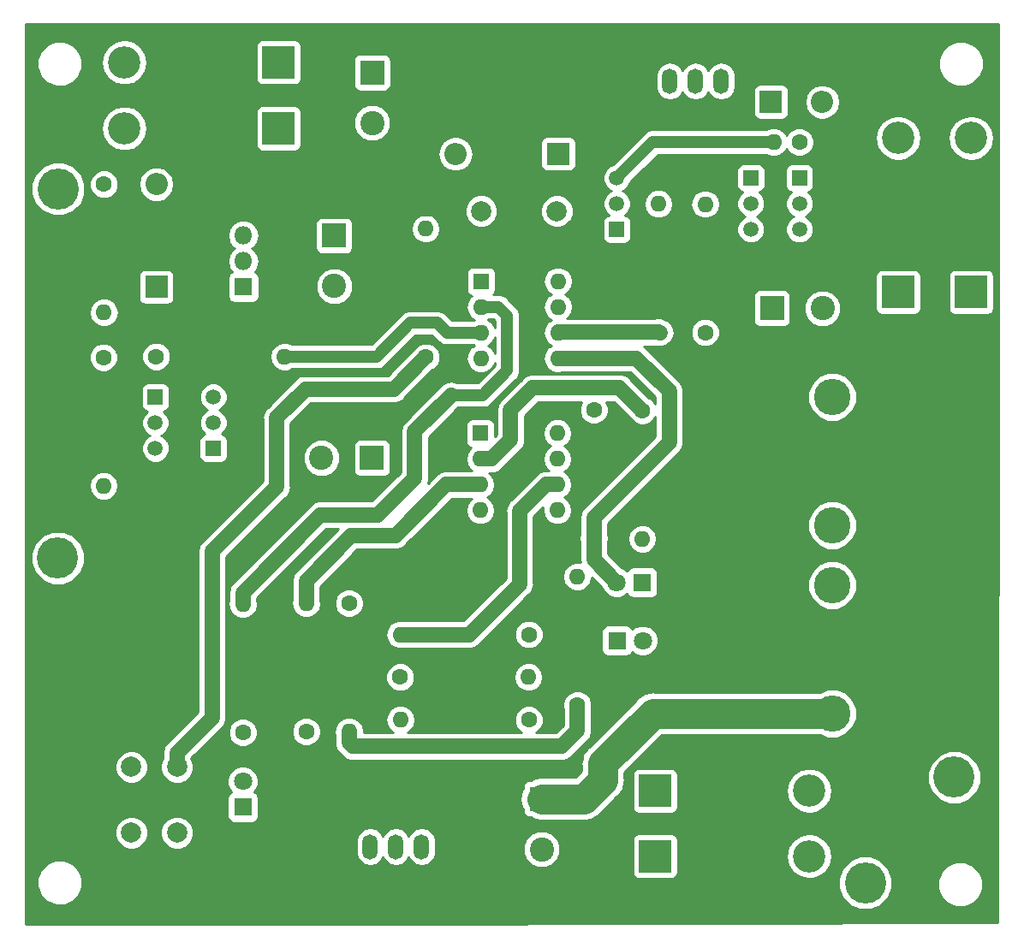
<source format=gbr>
%TF.GenerationSoftware,KiCad,Pcbnew,(5.0.2)-1*%
%TF.CreationDate,2019-02-06T15:14:37+09:00*%
%TF.ProjectId,ATTiny85-mppt,41545469-6e79-4383-952d-6d7070742e6b,1.9*%
%TF.SameCoordinates,Original*%
%TF.FileFunction,Copper,L1,Top*%
%TF.FilePolarity,Positive*%
%FSLAX46Y46*%
G04 Gerber Fmt 4.6, Leading zero omitted, Abs format (unit mm)*
G04 Created by KiCad (PCBNEW (5.0.2)-1) date 2019-02-06 오후 3:14:37*
%MOMM*%
%LPD*%
G01*
G04 APERTURE LIST*
%ADD10R,2.200000X2.200000*%
%ADD11O,2.200000X2.200000*%
%ADD12C,1.600000*%
%ADD13O,1.600000X1.600000*%
%ADD14R,2.400000X2.400000*%
%ADD15C,2.400000*%
%ADD16C,2.000000*%
%ADD17O,3.200000X3.200000*%
%ADD18R,3.200000X3.200000*%
%ADD19C,1.800000*%
%ADD20R,1.800000X1.800000*%
%ADD21C,4.064000*%
%ADD22C,3.600000*%
%ADD23O,1.501140X2.499360*%
%ADD24R,1.520000X1.520000*%
%ADD25C,1.520000*%
%ADD26O,1.800000X1.800000*%
%ADD27R,1.600000X1.600000*%
%ADD28C,3.000000*%
%ADD29C,1.500000*%
%ADD30C,1.200000*%
%ADD31C,0.254000*%
G04 APERTURE END LIST*
D10*
X119039640Y-31496000D03*
D11*
X124119640Y-31496000D03*
D12*
X53035200Y-56784240D03*
D13*
X53035200Y-69484240D03*
D12*
X121859040Y-35473640D03*
D13*
X119319040Y-35473640D03*
D11*
X87848440Y-36642040D03*
D10*
X98008440Y-36642040D03*
D14*
X96367600Y-100462080D03*
D15*
X96367600Y-105462080D03*
X124131080Y-51912520D03*
D14*
X119131080Y-51912520D03*
X75839320Y-44729400D03*
D15*
X75839320Y-49729400D03*
D16*
X97873200Y-42291000D03*
X90373200Y-42291000D03*
D15*
X74583280Y-66725800D03*
D14*
X79583280Y-66725800D03*
D15*
X79603600Y-33585160D03*
D14*
X79603600Y-28585160D03*
D17*
X131612640Y-35077400D03*
D18*
X131612640Y-50317400D03*
X107579160Y-106131360D03*
D17*
X122819160Y-106131360D03*
D19*
X66812160Y-98734880D03*
D20*
X66812160Y-101274880D03*
D10*
X58252360Y-49809400D03*
D11*
X58252360Y-39649400D03*
D18*
X70337680Y-27584400D03*
D17*
X55097680Y-27584400D03*
X55097680Y-34117280D03*
D18*
X70337680Y-34117280D03*
D20*
X106309160Y-79034640D03*
D19*
X103769160Y-79034640D03*
X106349800Y-84805520D03*
D20*
X103809800Y-84805520D03*
D17*
X138831320Y-35077400D03*
D18*
X138831320Y-50317400D03*
X107579160Y-99674680D03*
D17*
X122819160Y-99674680D03*
D21*
X48539400Y-40101520D03*
X48508920Y-76621640D03*
X137154920Y-98333560D03*
X128366520Y-108788200D03*
D22*
X125105160Y-73385680D03*
X125105160Y-60685680D03*
X125105160Y-79314040D03*
X125105160Y-92014040D03*
D23*
X81955640Y-105196640D03*
X84495640Y-105196640D03*
X79415640Y-105196640D03*
X114127280Y-29448760D03*
X109047280Y-29448760D03*
X111587280Y-29448760D03*
D24*
X117043200Y-39024560D03*
D25*
X117043200Y-44104560D03*
X117043200Y-41564560D03*
X121859040Y-41564560D03*
X121859040Y-44104560D03*
D24*
X121859040Y-39024560D03*
D12*
X95097600Y-92638880D03*
D13*
X82397600Y-92638880D03*
X99882960Y-78480920D03*
D12*
X99882960Y-91180920D03*
X77317600Y-81102200D03*
D13*
X77317600Y-93802200D03*
X82397600Y-84195920D03*
D12*
X95097600Y-84195920D03*
D13*
X53075840Y-52339240D03*
D12*
X53075840Y-39639240D03*
X66812160Y-93888560D03*
D13*
X66812160Y-81188560D03*
D12*
X58226960Y-56708040D03*
D13*
X70926960Y-56708040D03*
X107909360Y-41589960D03*
D12*
X107909360Y-54289960D03*
X82351880Y-88412320D03*
D13*
X95051880Y-88412320D03*
X101523800Y-74665840D03*
D12*
X101523800Y-61965840D03*
D13*
X106309160Y-74736960D03*
D12*
X106309160Y-62036960D03*
X84891880Y-56758840D03*
D13*
X84891880Y-44058840D03*
D16*
X55793640Y-97314880D03*
X60293640Y-97314880D03*
X55793640Y-103814880D03*
X60293640Y-103814880D03*
D26*
X66868040Y-44739560D03*
X66868040Y-47279560D03*
D20*
X66868040Y-49819560D03*
D13*
X97917000Y-64292480D03*
X90297000Y-71912480D03*
X97917000Y-66832480D03*
X90297000Y-69372480D03*
X97917000Y-69372480D03*
X90297000Y-66832480D03*
X97917000Y-71912480D03*
D27*
X90297000Y-64292480D03*
X90352880Y-49245520D03*
D13*
X97972880Y-56865520D03*
X90352880Y-51785520D03*
X97972880Y-54325520D03*
X90352880Y-54325520D03*
X97972880Y-51785520D03*
X90352880Y-56865520D03*
X97972880Y-49245520D03*
D24*
X103799640Y-44109640D03*
D25*
X103799640Y-39029640D03*
X103799640Y-41569640D03*
D13*
X112537240Y-41610280D03*
D12*
X112537240Y-54310280D03*
D25*
X58166000Y-63246000D03*
X58166000Y-65786000D03*
D24*
X58166000Y-60706000D03*
X63891160Y-65770760D03*
D25*
X63891160Y-60690760D03*
X63891160Y-63230760D03*
D13*
X73075800Y-81107280D03*
D12*
X73075800Y-93807280D03*
D28*
X125105160Y-92014040D02*
X107360720Y-92014040D01*
X100567600Y-100462080D02*
X102412800Y-98616880D01*
X96367600Y-100462080D02*
X100567600Y-100462080D01*
X102412800Y-96961960D02*
X107360720Y-92014040D01*
X102412800Y-98616880D02*
X102412800Y-96961960D01*
D29*
X77317600Y-94933570D02*
X77664510Y-95280480D01*
X77317600Y-93802200D02*
X77317600Y-94933570D01*
X77664510Y-95280480D02*
X98348800Y-95280480D01*
X99882960Y-93746320D02*
X99882960Y-91180920D01*
X98348800Y-95280480D02*
X99882960Y-93746320D01*
X97972880Y-56865520D02*
X105724960Y-56865520D01*
X105724960Y-56865520D02*
X108981240Y-60121800D01*
X108981240Y-60121800D02*
X108981240Y-65191640D01*
X101523800Y-72649080D02*
X101523800Y-74665840D01*
X108981240Y-65191640D02*
X101523800Y-72649080D01*
X101523800Y-76789280D02*
X103769160Y-79034640D01*
X101523800Y-74665840D02*
X101523800Y-76789280D01*
X96785630Y-69372480D02*
X94188280Y-71969830D01*
X97917000Y-69372480D02*
X96785630Y-69372480D01*
X94188280Y-71969830D02*
X94188280Y-79207360D01*
X94188280Y-79207360D02*
X89199720Y-84195920D01*
X89199720Y-84195920D02*
X82397600Y-84195920D01*
X66812160Y-81188560D02*
X66812160Y-80057190D01*
X66812160Y-80057190D02*
X74504750Y-72364600D01*
X74504750Y-72364600D02*
X80157320Y-72364600D01*
X80157320Y-72364600D02*
X83809840Y-68712080D01*
X83809840Y-68712080D02*
X83809840Y-64114680D01*
X83809840Y-64114680D02*
X87401400Y-60523120D01*
D30*
X90352880Y-51785520D02*
X92080080Y-51785520D01*
X92080080Y-51785520D02*
X92958920Y-52664360D01*
X92958920Y-52664360D02*
X92958920Y-58084720D01*
X90520520Y-60523120D02*
X87401400Y-60523120D01*
X92958920Y-58084720D02*
X90520520Y-60523120D01*
D29*
X60293640Y-95900667D02*
X63779400Y-92414907D01*
X60293640Y-97314880D02*
X60293640Y-95900667D01*
X70149720Y-69611240D02*
X70149720Y-62763400D01*
X70149720Y-62763400D02*
X72984360Y-59928760D01*
X81721960Y-59928760D02*
X84891880Y-56758840D01*
X72984360Y-59928760D02*
X81721960Y-59928760D01*
X63779400Y-75981560D02*
X70149720Y-69611240D01*
X63779400Y-92414907D02*
X63779400Y-75981560D01*
D30*
X107355640Y-35473640D02*
X119319040Y-35473640D01*
X103799640Y-39029640D02*
X107355640Y-35473640D01*
D29*
X108056680Y-54325520D02*
X108071920Y-54310280D01*
X98008440Y-54289960D02*
X97972880Y-54325520D01*
X107909360Y-54289960D02*
X98008440Y-54289960D01*
D30*
X89221510Y-54325520D02*
X89211350Y-54335680D01*
X90352880Y-54325520D02*
X89221510Y-54325520D01*
X89211350Y-54335680D02*
X86989920Y-54335680D01*
X86989920Y-54335680D02*
X86024720Y-53370480D01*
X86024720Y-53370480D02*
X83357720Y-53370480D01*
X80020160Y-56708040D02*
X70926960Y-56708040D01*
X83357720Y-53370480D02*
X80020160Y-56708040D01*
D29*
X73075800Y-81107280D02*
X73075800Y-78887320D01*
X73075800Y-78887320D02*
X77541120Y-74422000D01*
X77541120Y-74422000D02*
X81874360Y-74422000D01*
X86923880Y-69372480D02*
X90297000Y-69372480D01*
X81874360Y-74422000D02*
X86923880Y-69372480D01*
X106309160Y-62036960D02*
X104053640Y-59781440D01*
X95488760Y-59781440D02*
X93299280Y-61970920D01*
X104053640Y-59781440D02*
X95488760Y-59781440D01*
X91428370Y-66832480D02*
X90297000Y-66832480D01*
X93299280Y-64961570D02*
X91428370Y-66832480D01*
X93299280Y-61970920D02*
X93299280Y-64961570D01*
D31*
G36*
X141534680Y-48502714D02*
X141407131Y-112700133D01*
X79338186Y-112863438D01*
X45338200Y-112833354D01*
X45338200Y-111070825D01*
X45345041Y-110850201D01*
X45338200Y-110809206D01*
X45338200Y-108350066D01*
X46470094Y-108350066D01*
X46477120Y-108776110D01*
X46477120Y-109202289D01*
X46484440Y-109219960D01*
X46484755Y-109239083D01*
X46796760Y-109992330D01*
X46806467Y-109997402D01*
X46817379Y-110023746D01*
X47446094Y-110652461D01*
X47472438Y-110663373D01*
X47477510Y-110673080D01*
X47873828Y-110829634D01*
X48267551Y-110992720D01*
X48286680Y-110992720D01*
X48304466Y-110999746D01*
X48730510Y-110992720D01*
X49156689Y-110992720D01*
X49174360Y-110985400D01*
X49193483Y-110985085D01*
X49946730Y-110673080D01*
X49951802Y-110663373D01*
X49978146Y-110652461D01*
X50606861Y-110023746D01*
X50617773Y-109997402D01*
X50627480Y-109992330D01*
X50784034Y-109596012D01*
X50947120Y-109202289D01*
X50947120Y-109183160D01*
X50954146Y-109165374D01*
X50947120Y-108739330D01*
X50947120Y-108313151D01*
X50939800Y-108295480D01*
X50939485Y-108276357D01*
X50627480Y-107523110D01*
X50617773Y-107518038D01*
X50606861Y-107491694D01*
X49978146Y-106862979D01*
X49951802Y-106852067D01*
X49946730Y-106842360D01*
X49550412Y-106685806D01*
X49156689Y-106522720D01*
X49137560Y-106522720D01*
X49119774Y-106515694D01*
X48693730Y-106522720D01*
X48267551Y-106522720D01*
X48249880Y-106530040D01*
X48230757Y-106530355D01*
X47477510Y-106842360D01*
X47472438Y-106852067D01*
X47446094Y-106862979D01*
X46817379Y-107491694D01*
X46806467Y-107518038D01*
X46796760Y-107523110D01*
X46640206Y-107919428D01*
X46477120Y-108313151D01*
X46477120Y-108332280D01*
X46470094Y-108350066D01*
X45338200Y-108350066D01*
X45338200Y-103489658D01*
X54158640Y-103489658D01*
X54158640Y-104140102D01*
X54407554Y-104741033D01*
X54867487Y-105200966D01*
X55468418Y-105449880D01*
X56118862Y-105449880D01*
X56719793Y-105200966D01*
X57179726Y-104741033D01*
X57428640Y-104140102D01*
X57428640Y-103489658D01*
X58658640Y-103489658D01*
X58658640Y-104140102D01*
X58907554Y-104741033D01*
X59367487Y-105200966D01*
X59968418Y-105449880D01*
X60618862Y-105449880D01*
X61219793Y-105200966D01*
X61679726Y-104741033D01*
X61754270Y-104561067D01*
X78030070Y-104561067D01*
X78030070Y-105832212D01*
X78110462Y-106236371D01*
X78416700Y-106694689D01*
X78875018Y-107000928D01*
X79415640Y-107108464D01*
X79956261Y-107000928D01*
X80414579Y-106694690D01*
X80685640Y-106289019D01*
X80956700Y-106694689D01*
X81415018Y-107000928D01*
X81955640Y-107108464D01*
X82496261Y-107000928D01*
X82954579Y-106694690D01*
X83225640Y-106289019D01*
X83496700Y-106694689D01*
X83955018Y-107000928D01*
X84495640Y-107108464D01*
X85036261Y-107000928D01*
X85494579Y-106694690D01*
X85800818Y-106236372D01*
X85881210Y-105832213D01*
X85881210Y-105097076D01*
X94532600Y-105097076D01*
X94532600Y-105827084D01*
X94811962Y-106501524D01*
X95328156Y-107017718D01*
X96002596Y-107297080D01*
X96732604Y-107297080D01*
X97407044Y-107017718D01*
X97923238Y-106501524D01*
X98202600Y-105827084D01*
X98202600Y-105097076D01*
X97968273Y-104531360D01*
X105331720Y-104531360D01*
X105331720Y-107731360D01*
X105381003Y-107979125D01*
X105521351Y-108189169D01*
X105731395Y-108329517D01*
X105979160Y-108378800D01*
X109179160Y-108378800D01*
X109426925Y-108329517D01*
X109636969Y-108189169D01*
X109777317Y-107979125D01*
X109826600Y-107731360D01*
X109826600Y-106131360D01*
X120540374Y-106131360D01*
X120713836Y-107003414D01*
X121207815Y-107742705D01*
X121947106Y-108236684D01*
X122599032Y-108366360D01*
X123039288Y-108366360D01*
X123585554Y-108257701D01*
X125699520Y-108257701D01*
X125699520Y-109318699D01*
X126105546Y-110298934D01*
X126855786Y-111049174D01*
X127836021Y-111455200D01*
X128897019Y-111455200D01*
X129877254Y-111049174D01*
X130627494Y-110298934D01*
X131033520Y-109318699D01*
X131033520Y-108522786D01*
X135492014Y-108522786D01*
X135499040Y-108948830D01*
X135499040Y-109375009D01*
X135506360Y-109392680D01*
X135506675Y-109411803D01*
X135818680Y-110165050D01*
X135828387Y-110170122D01*
X135839299Y-110196466D01*
X136468014Y-110825181D01*
X136494358Y-110836093D01*
X136499430Y-110845800D01*
X136895748Y-111002354D01*
X137289471Y-111165440D01*
X137308600Y-111165440D01*
X137326386Y-111172466D01*
X137752430Y-111165440D01*
X138178609Y-111165440D01*
X138196280Y-111158120D01*
X138215403Y-111157805D01*
X138968650Y-110845800D01*
X138973722Y-110836093D01*
X139000066Y-110825181D01*
X139628781Y-110196466D01*
X139639693Y-110170122D01*
X139649400Y-110165050D01*
X139805954Y-109768732D01*
X139969040Y-109375009D01*
X139969040Y-109355880D01*
X139976066Y-109338094D01*
X139969040Y-108912050D01*
X139969040Y-108485871D01*
X139961720Y-108468200D01*
X139961405Y-108449077D01*
X139649400Y-107695830D01*
X139639693Y-107690758D01*
X139628781Y-107664414D01*
X139000066Y-107035699D01*
X138973722Y-107024787D01*
X138968650Y-107015080D01*
X138572332Y-106858526D01*
X138178609Y-106695440D01*
X138159480Y-106695440D01*
X138141694Y-106688414D01*
X137715650Y-106695440D01*
X137289471Y-106695440D01*
X137271800Y-106702760D01*
X137252677Y-106703075D01*
X136499430Y-107015080D01*
X136494358Y-107024787D01*
X136468014Y-107035699D01*
X135839299Y-107664414D01*
X135828387Y-107690758D01*
X135818680Y-107695830D01*
X135662126Y-108092148D01*
X135499040Y-108485871D01*
X135499040Y-108505000D01*
X135492014Y-108522786D01*
X131033520Y-108522786D01*
X131033520Y-108257701D01*
X130627494Y-107277466D01*
X129877254Y-106527226D01*
X128897019Y-106121200D01*
X127836021Y-106121200D01*
X126855786Y-106527226D01*
X126105546Y-107277466D01*
X125699520Y-108257701D01*
X123585554Y-108257701D01*
X123691214Y-108236684D01*
X124430505Y-107742705D01*
X124924484Y-107003414D01*
X125097946Y-106131360D01*
X124924484Y-105259306D01*
X124430505Y-104520015D01*
X123691214Y-104026036D01*
X123039288Y-103896360D01*
X122599032Y-103896360D01*
X121947106Y-104026036D01*
X121207815Y-104520015D01*
X120713836Y-105259306D01*
X120540374Y-106131360D01*
X109826600Y-106131360D01*
X109826600Y-104531360D01*
X109777317Y-104283595D01*
X109636969Y-104073551D01*
X109426925Y-103933203D01*
X109179160Y-103883920D01*
X105979160Y-103883920D01*
X105731395Y-103933203D01*
X105521351Y-104073551D01*
X105381003Y-104283595D01*
X105331720Y-104531360D01*
X97968273Y-104531360D01*
X97923238Y-104422636D01*
X97407044Y-103906442D01*
X96732604Y-103627080D01*
X96002596Y-103627080D01*
X95328156Y-103906442D01*
X94811962Y-104422636D01*
X94532600Y-105097076D01*
X85881210Y-105097076D01*
X85881210Y-104561067D01*
X85800818Y-104156908D01*
X85494580Y-103698590D01*
X85036262Y-103392352D01*
X84495640Y-103284816D01*
X83955019Y-103392352D01*
X83496701Y-103698590D01*
X83225640Y-104104260D01*
X82954580Y-103698590D01*
X82496262Y-103392352D01*
X81955640Y-103284816D01*
X81415019Y-103392352D01*
X80956701Y-103698590D01*
X80685640Y-104104260D01*
X80414580Y-103698590D01*
X79956262Y-103392352D01*
X79415640Y-103284816D01*
X78875019Y-103392352D01*
X78416701Y-103698590D01*
X78110462Y-104156908D01*
X78030070Y-104561067D01*
X61754270Y-104561067D01*
X61928640Y-104140102D01*
X61928640Y-103489658D01*
X61679726Y-102888727D01*
X61219793Y-102428794D01*
X60618862Y-102179880D01*
X59968418Y-102179880D01*
X59367487Y-102428794D01*
X58907554Y-102888727D01*
X58658640Y-103489658D01*
X57428640Y-103489658D01*
X57179726Y-102888727D01*
X56719793Y-102428794D01*
X56118862Y-102179880D01*
X55468418Y-102179880D01*
X54867487Y-102428794D01*
X54407554Y-102888727D01*
X54158640Y-103489658D01*
X45338200Y-103489658D01*
X45338200Y-100374880D01*
X65264720Y-100374880D01*
X65264720Y-102174880D01*
X65314003Y-102422645D01*
X65454351Y-102632689D01*
X65664395Y-102773037D01*
X65912160Y-102822320D01*
X67712160Y-102822320D01*
X67959925Y-102773037D01*
X68169969Y-102632689D01*
X68310317Y-102422645D01*
X68359600Y-102174880D01*
X68359600Y-100462080D01*
X94190773Y-100462080D01*
X94356474Y-101295116D01*
X94520160Y-101540089D01*
X94520160Y-101662080D01*
X94569443Y-101909845D01*
X94709791Y-102119889D01*
X94919835Y-102260237D01*
X95167600Y-102309520D01*
X95289591Y-102309520D01*
X95534564Y-102473206D01*
X96157321Y-102597080D01*
X100357325Y-102597080D01*
X100567600Y-102638906D01*
X100777875Y-102597080D01*
X100777879Y-102597080D01*
X101400636Y-102473206D01*
X102106849Y-102001329D01*
X102225964Y-101823061D01*
X103773784Y-100275242D01*
X103952049Y-100156129D01*
X104423926Y-99449916D01*
X104547800Y-98827159D01*
X104547800Y-98827155D01*
X104589626Y-98616880D01*
X104547800Y-98406605D01*
X104547800Y-98074680D01*
X105331720Y-98074680D01*
X105331720Y-101274680D01*
X105381003Y-101522445D01*
X105521351Y-101732489D01*
X105731395Y-101872837D01*
X105979160Y-101922120D01*
X109179160Y-101922120D01*
X109426925Y-101872837D01*
X109636969Y-101732489D01*
X109777317Y-101522445D01*
X109826600Y-101274680D01*
X109826600Y-99674680D01*
X120540374Y-99674680D01*
X120713836Y-100546734D01*
X121207815Y-101286025D01*
X121947106Y-101780004D01*
X122599032Y-101909680D01*
X123039288Y-101909680D01*
X123691214Y-101780004D01*
X124430505Y-101286025D01*
X124924484Y-100546734D01*
X125097946Y-99674680D01*
X124924484Y-98802626D01*
X124430505Y-98063335D01*
X124040978Y-97803061D01*
X134487920Y-97803061D01*
X134487920Y-98864059D01*
X134893946Y-99844294D01*
X135644186Y-100594534D01*
X136624421Y-101000560D01*
X137685419Y-101000560D01*
X138665654Y-100594534D01*
X139415894Y-99844294D01*
X139821920Y-98864059D01*
X139821920Y-97803061D01*
X139415894Y-96822826D01*
X138665654Y-96072586D01*
X137685419Y-95666560D01*
X136624421Y-95666560D01*
X135644186Y-96072586D01*
X134893946Y-96822826D01*
X134487920Y-97803061D01*
X124040978Y-97803061D01*
X123691214Y-97569356D01*
X123039288Y-97439680D01*
X122599032Y-97439680D01*
X121947106Y-97569356D01*
X121207815Y-98063335D01*
X120713836Y-98802626D01*
X120540374Y-99674680D01*
X109826600Y-99674680D01*
X109826600Y-98074680D01*
X109777317Y-97826915D01*
X109636969Y-97616871D01*
X109426925Y-97476523D01*
X109179160Y-97427240D01*
X105979160Y-97427240D01*
X105731395Y-97476523D01*
X105521351Y-97616871D01*
X105381003Y-97826915D01*
X105331720Y-98074680D01*
X104547800Y-98074680D01*
X104547800Y-97846305D01*
X108245065Y-94149040D01*
X123896545Y-94149040D01*
X124620808Y-94449040D01*
X125589512Y-94449040D01*
X126484476Y-94078333D01*
X127169453Y-93393356D01*
X127540160Y-92498392D01*
X127540160Y-91529688D01*
X127169453Y-90634724D01*
X126484476Y-89949747D01*
X125589512Y-89579040D01*
X124620808Y-89579040D01*
X123896545Y-89879040D01*
X107570998Y-89879040D01*
X107360720Y-89837213D01*
X107150441Y-89879040D01*
X106527684Y-90002914D01*
X105821471Y-90474791D01*
X105702356Y-90653059D01*
X101051817Y-95303598D01*
X100873552Y-95422711D01*
X100754439Y-95600976D01*
X100754438Y-95600977D01*
X100401674Y-96128925D01*
X100341586Y-96431010D01*
X100277800Y-96751681D01*
X100277800Y-96751685D01*
X100235974Y-96961960D01*
X100277800Y-97172235D01*
X100277800Y-97732534D01*
X99683255Y-98327080D01*
X96157321Y-98327080D01*
X95534564Y-98450954D01*
X95289591Y-98614640D01*
X95167600Y-98614640D01*
X94919835Y-98663923D01*
X94709791Y-98804271D01*
X94569443Y-99014315D01*
X94520160Y-99262080D01*
X94520160Y-99384071D01*
X94356474Y-99629044D01*
X94190773Y-100462080D01*
X68359600Y-100462080D01*
X68359600Y-100374880D01*
X68310317Y-100127115D01*
X68169969Y-99917071D01*
X67959925Y-99776723D01*
X67944252Y-99773605D01*
X68113470Y-99604387D01*
X68347160Y-99040210D01*
X68347160Y-98429550D01*
X68113470Y-97865373D01*
X67681667Y-97433570D01*
X67117490Y-97199880D01*
X66506830Y-97199880D01*
X65942653Y-97433570D01*
X65510850Y-97865373D01*
X65277160Y-98429550D01*
X65277160Y-99040210D01*
X65510850Y-99604387D01*
X65680068Y-99773605D01*
X65664395Y-99776723D01*
X65454351Y-99917071D01*
X65314003Y-100127115D01*
X65264720Y-100374880D01*
X45338200Y-100374880D01*
X45338200Y-96989658D01*
X54158640Y-96989658D01*
X54158640Y-97640102D01*
X54407554Y-98241033D01*
X54867487Y-98700966D01*
X55468418Y-98949880D01*
X56118862Y-98949880D01*
X56719793Y-98700966D01*
X57179726Y-98241033D01*
X57428640Y-97640102D01*
X57428640Y-96989658D01*
X58658640Y-96989658D01*
X58658640Y-97640102D01*
X58907554Y-98241033D01*
X59367487Y-98700966D01*
X59968418Y-98949880D01*
X60618862Y-98949880D01*
X61219793Y-98700966D01*
X61679726Y-98241033D01*
X61928640Y-97640102D01*
X61928640Y-96989658D01*
X61704487Y-96448505D01*
X64549871Y-93603121D01*
X65377160Y-93603121D01*
X65377160Y-94173999D01*
X65595626Y-94701422D01*
X65999298Y-95105094D01*
X66526721Y-95323560D01*
X67097599Y-95323560D01*
X67625022Y-95105094D01*
X68028694Y-94701422D01*
X68247160Y-94173999D01*
X68247160Y-93603121D01*
X68213493Y-93521841D01*
X71640800Y-93521841D01*
X71640800Y-94092719D01*
X71859266Y-94620142D01*
X72262938Y-95023814D01*
X72790361Y-95242280D01*
X73361239Y-95242280D01*
X73888662Y-95023814D01*
X74292334Y-94620142D01*
X74510800Y-94092719D01*
X74510800Y-93802200D01*
X75854487Y-93802200D01*
X75932600Y-94194900D01*
X75932600Y-94797163D01*
X75905467Y-94933570D01*
X75932600Y-95069977D01*
X76012959Y-95473970D01*
X76319072Y-95932099D01*
X76434713Y-96009368D01*
X76588710Y-96163365D01*
X76665981Y-96279009D01*
X77124110Y-96585121D01*
X77528103Y-96665480D01*
X77664510Y-96692613D01*
X77800917Y-96665480D01*
X98212393Y-96665480D01*
X98348800Y-96692613D01*
X98485207Y-96665480D01*
X98889200Y-96585121D01*
X99347329Y-96279009D01*
X99424599Y-96163366D01*
X100765850Y-94822116D01*
X100881488Y-94744849D01*
X100958755Y-94629211D01*
X100958757Y-94629209D01*
X101187601Y-94286720D01*
X101295093Y-93746320D01*
X101267960Y-93609913D01*
X101267960Y-91587070D01*
X101317960Y-91466359D01*
X101317960Y-90895481D01*
X101099494Y-90368058D01*
X100695822Y-89964386D01*
X100168399Y-89745920D01*
X99597521Y-89745920D01*
X99070098Y-89964386D01*
X98666426Y-90368058D01*
X98447960Y-90895481D01*
X98447960Y-91466359D01*
X98497961Y-91587071D01*
X98497960Y-93172634D01*
X97775115Y-93895480D01*
X95813734Y-93895480D01*
X95910462Y-93855414D01*
X96314134Y-93451742D01*
X96532600Y-92924319D01*
X96532600Y-92353441D01*
X96314134Y-91826018D01*
X95910462Y-91422346D01*
X95383039Y-91203880D01*
X94812161Y-91203880D01*
X94284738Y-91422346D01*
X93881066Y-91826018D01*
X93662600Y-92353441D01*
X93662600Y-92924319D01*
X93881066Y-93451742D01*
X94284738Y-93855414D01*
X94381466Y-93895480D01*
X83099896Y-93895480D01*
X83432177Y-93673457D01*
X83749340Y-93198789D01*
X83860713Y-92638880D01*
X83749340Y-92078971D01*
X83432177Y-91604303D01*
X82957509Y-91287140D01*
X82538933Y-91203880D01*
X82256267Y-91203880D01*
X81837691Y-91287140D01*
X81363023Y-91604303D01*
X81045860Y-92078971D01*
X80934487Y-92638880D01*
X81045860Y-93198789D01*
X81363023Y-93673457D01*
X81695304Y-93895480D01*
X78762158Y-93895480D01*
X78780713Y-93802200D01*
X78669340Y-93242291D01*
X78352177Y-92767623D01*
X77877509Y-92450460D01*
X77458933Y-92367200D01*
X77176267Y-92367200D01*
X76757691Y-92450460D01*
X76283023Y-92767623D01*
X75965860Y-93242291D01*
X75854487Y-93802200D01*
X74510800Y-93802200D01*
X74510800Y-93521841D01*
X74292334Y-92994418D01*
X73888662Y-92590746D01*
X73361239Y-92372280D01*
X72790361Y-92372280D01*
X72262938Y-92590746D01*
X71859266Y-92994418D01*
X71640800Y-93521841D01*
X68213493Y-93521841D01*
X68028694Y-93075698D01*
X67625022Y-92672026D01*
X67097599Y-92453560D01*
X66526721Y-92453560D01*
X65999298Y-92672026D01*
X65595626Y-93075698D01*
X65377160Y-93603121D01*
X64549871Y-93603121D01*
X64662290Y-93490703D01*
X64777928Y-93413436D01*
X64855195Y-93297798D01*
X64855197Y-93297796D01*
X65084040Y-92955308D01*
X65084041Y-92955307D01*
X65164400Y-92551314D01*
X65164400Y-92551313D01*
X65191533Y-92414908D01*
X65164400Y-92278502D01*
X65164400Y-88126881D01*
X80916880Y-88126881D01*
X80916880Y-88697759D01*
X81135346Y-89225182D01*
X81539018Y-89628854D01*
X82066441Y-89847320D01*
X82637319Y-89847320D01*
X83164742Y-89628854D01*
X83568414Y-89225182D01*
X83786880Y-88697759D01*
X83786880Y-88412320D01*
X93588767Y-88412320D01*
X93700140Y-88972229D01*
X94017303Y-89446897D01*
X94491971Y-89764060D01*
X94910547Y-89847320D01*
X95193213Y-89847320D01*
X95611789Y-89764060D01*
X96086457Y-89446897D01*
X96403620Y-88972229D01*
X96514993Y-88412320D01*
X96403620Y-87852411D01*
X96086457Y-87377743D01*
X95611789Y-87060580D01*
X95193213Y-86977320D01*
X94910547Y-86977320D01*
X94491971Y-87060580D01*
X94017303Y-87377743D01*
X93700140Y-87852411D01*
X93588767Y-88412320D01*
X83786880Y-88412320D01*
X83786880Y-88126881D01*
X83568414Y-87599458D01*
X83164742Y-87195786D01*
X82637319Y-86977320D01*
X82066441Y-86977320D01*
X81539018Y-87195786D01*
X81135346Y-87599458D01*
X80916880Y-88126881D01*
X65164400Y-88126881D01*
X65164400Y-84195920D01*
X80934487Y-84195920D01*
X81045860Y-84755829D01*
X81363023Y-85230497D01*
X81837691Y-85547660D01*
X82256267Y-85630920D01*
X82538933Y-85630920D01*
X82790300Y-85580920D01*
X89063313Y-85580920D01*
X89199720Y-85608053D01*
X89336127Y-85580920D01*
X89740120Y-85500561D01*
X90198249Y-85194449D01*
X90275519Y-85078806D01*
X91443844Y-83910481D01*
X93662600Y-83910481D01*
X93662600Y-84481359D01*
X93881066Y-85008782D01*
X94284738Y-85412454D01*
X94812161Y-85630920D01*
X95383039Y-85630920D01*
X95910462Y-85412454D01*
X96314134Y-85008782D01*
X96532600Y-84481359D01*
X96532600Y-83910481D01*
X96530546Y-83905520D01*
X102262360Y-83905520D01*
X102262360Y-85705520D01*
X102311643Y-85953285D01*
X102451991Y-86163329D01*
X102662035Y-86303677D01*
X102909800Y-86352960D01*
X104709800Y-86352960D01*
X104957565Y-86303677D01*
X105167609Y-86163329D01*
X105307957Y-85953285D01*
X105311075Y-85937612D01*
X105480293Y-86106830D01*
X106044470Y-86340520D01*
X106655130Y-86340520D01*
X107219307Y-86106830D01*
X107651110Y-85675027D01*
X107884800Y-85110850D01*
X107884800Y-84500190D01*
X107651110Y-83936013D01*
X107219307Y-83504210D01*
X106655130Y-83270520D01*
X106044470Y-83270520D01*
X105480293Y-83504210D01*
X105311075Y-83673428D01*
X105307957Y-83657755D01*
X105167609Y-83447711D01*
X104957565Y-83307363D01*
X104709800Y-83258080D01*
X102909800Y-83258080D01*
X102662035Y-83307363D01*
X102451991Y-83447711D01*
X102311643Y-83657755D01*
X102262360Y-83905520D01*
X96530546Y-83905520D01*
X96314134Y-83383058D01*
X95910462Y-82979386D01*
X95383039Y-82760920D01*
X94812161Y-82760920D01*
X94284738Y-82979386D01*
X93881066Y-83383058D01*
X93662600Y-83910481D01*
X91443844Y-83910481D01*
X95071168Y-80283158D01*
X95186809Y-80205889D01*
X95492921Y-79747760D01*
X95573280Y-79343767D01*
X95600413Y-79207361D01*
X95573280Y-79070955D01*
X95573280Y-72543515D01*
X96515856Y-71600939D01*
X96453887Y-71912480D01*
X96565260Y-72472389D01*
X96882423Y-72947057D01*
X97357091Y-73264220D01*
X97775667Y-73347480D01*
X98058333Y-73347480D01*
X98476909Y-73264220D01*
X98951577Y-72947057D01*
X99268740Y-72472389D01*
X99380113Y-71912480D01*
X99268740Y-71352571D01*
X98951577Y-70877903D01*
X98599242Y-70642480D01*
X98951577Y-70407057D01*
X99268740Y-69932389D01*
X99380113Y-69372480D01*
X99268740Y-68812571D01*
X98951577Y-68337903D01*
X98599242Y-68102480D01*
X98951577Y-67867057D01*
X99268740Y-67392389D01*
X99380113Y-66832480D01*
X99268740Y-66272571D01*
X98951577Y-65797903D01*
X98599242Y-65562480D01*
X98951577Y-65327057D01*
X99268740Y-64852389D01*
X99380113Y-64292480D01*
X99268740Y-63732571D01*
X98951577Y-63257903D01*
X98476909Y-62940740D01*
X98058333Y-62857480D01*
X97775667Y-62857480D01*
X97357091Y-62940740D01*
X96882423Y-63257903D01*
X96565260Y-63732571D01*
X96453887Y-64292480D01*
X96565260Y-64852389D01*
X96882423Y-65327057D01*
X97234758Y-65562480D01*
X96882423Y-65797903D01*
X96565260Y-66272571D01*
X96453887Y-66832480D01*
X96565260Y-67392389D01*
X96882423Y-67867057D01*
X97062649Y-67987480D01*
X96922037Y-67987480D01*
X96785630Y-67960347D01*
X96649223Y-67987480D01*
X96245230Y-68067839D01*
X95787101Y-68373951D01*
X95709832Y-68489592D01*
X93305392Y-70894033D01*
X93189751Y-70971302D01*
X93112483Y-71086942D01*
X92883639Y-71429431D01*
X92776147Y-71969830D01*
X92803280Y-72106237D01*
X92803281Y-78633673D01*
X88626035Y-82810920D01*
X82790300Y-82810920D01*
X82538933Y-82760920D01*
X82256267Y-82760920D01*
X81837691Y-82844180D01*
X81363023Y-83161343D01*
X81045860Y-83636011D01*
X80934487Y-84195920D01*
X65164400Y-84195920D01*
X65164400Y-81188560D01*
X65349047Y-81188560D01*
X65460420Y-81748469D01*
X65777583Y-82223137D01*
X66252251Y-82540300D01*
X66670827Y-82623560D01*
X66953493Y-82623560D01*
X67372069Y-82540300D01*
X67846737Y-82223137D01*
X68163900Y-81748469D01*
X68275273Y-81188560D01*
X68197160Y-80795860D01*
X68197160Y-80630875D01*
X75078436Y-73749600D01*
X76254834Y-73749600D01*
X72192912Y-77811523D01*
X72077272Y-77888791D01*
X72000003Y-78004432D01*
X71771159Y-78346921D01*
X71663667Y-78887320D01*
X71690801Y-79023731D01*
X71690800Y-80714579D01*
X71612687Y-81107280D01*
X71724060Y-81667189D01*
X72041223Y-82141857D01*
X72515891Y-82459020D01*
X72934467Y-82542280D01*
X73217133Y-82542280D01*
X73635709Y-82459020D01*
X74110377Y-82141857D01*
X74427540Y-81667189D01*
X74538913Y-81107280D01*
X74481126Y-80816761D01*
X75882600Y-80816761D01*
X75882600Y-81387639D01*
X76101066Y-81915062D01*
X76504738Y-82318734D01*
X77032161Y-82537200D01*
X77603039Y-82537200D01*
X78130462Y-82318734D01*
X78534134Y-81915062D01*
X78752600Y-81387639D01*
X78752600Y-80816761D01*
X78534134Y-80289338D01*
X78130462Y-79885666D01*
X77603039Y-79667200D01*
X77032161Y-79667200D01*
X76504738Y-79885666D01*
X76101066Y-80289338D01*
X75882600Y-80816761D01*
X74481126Y-80816761D01*
X74460800Y-80714580D01*
X74460800Y-79461005D01*
X78114806Y-75807000D01*
X81737953Y-75807000D01*
X81874360Y-75834133D01*
X82010767Y-75807000D01*
X82414760Y-75726641D01*
X82872889Y-75420529D01*
X82950159Y-75304886D01*
X87497566Y-70757480D01*
X89442649Y-70757480D01*
X89262423Y-70877903D01*
X88945260Y-71352571D01*
X88833887Y-71912480D01*
X88945260Y-72472389D01*
X89262423Y-72947057D01*
X89737091Y-73264220D01*
X90155667Y-73347480D01*
X90438333Y-73347480D01*
X90856909Y-73264220D01*
X91331577Y-72947057D01*
X91648740Y-72472389D01*
X91760113Y-71912480D01*
X91648740Y-71352571D01*
X91331577Y-70877903D01*
X90979242Y-70642480D01*
X91331577Y-70407057D01*
X91648740Y-69932389D01*
X91760113Y-69372480D01*
X91648740Y-68812571D01*
X91331577Y-68337903D01*
X91151351Y-68217480D01*
X91291963Y-68217480D01*
X91428370Y-68244613D01*
X91564777Y-68217480D01*
X91968770Y-68137121D01*
X92426899Y-67831009D01*
X92504170Y-67715365D01*
X94182165Y-66037370D01*
X94297809Y-65960099D01*
X94603921Y-65501970D01*
X94684280Y-65097977D01*
X94711413Y-64961571D01*
X94684280Y-64825165D01*
X94684280Y-62544605D01*
X96062445Y-61166440D01*
X100301690Y-61166440D01*
X100088800Y-61680401D01*
X100088800Y-62251279D01*
X100307266Y-62778702D01*
X100710938Y-63182374D01*
X101238361Y-63400840D01*
X101809239Y-63400840D01*
X102336662Y-63182374D01*
X102740334Y-62778702D01*
X102958800Y-62251279D01*
X102958800Y-61680401D01*
X102745910Y-61166440D01*
X103479955Y-61166440D01*
X105042626Y-62729112D01*
X105092626Y-62849822D01*
X105496298Y-63253494D01*
X106023721Y-63471960D01*
X106594599Y-63471960D01*
X107122022Y-63253494D01*
X107525694Y-62849822D01*
X107596241Y-62679508D01*
X107596241Y-64617953D01*
X100640912Y-71573283D01*
X100525271Y-71650552D01*
X100403081Y-71833423D01*
X100219159Y-72108681D01*
X100111667Y-72649080D01*
X100138800Y-72785487D01*
X100138801Y-74273136D01*
X100060687Y-74665840D01*
X100138800Y-75058541D01*
X100138801Y-76652869D01*
X100111667Y-76789280D01*
X100168418Y-77074588D01*
X100024293Y-77045920D01*
X99741627Y-77045920D01*
X99323051Y-77129180D01*
X98848383Y-77446343D01*
X98531220Y-77921011D01*
X98419847Y-78480920D01*
X98531220Y-79040829D01*
X98848383Y-79515497D01*
X99323051Y-79832660D01*
X99741627Y-79915920D01*
X100024293Y-79915920D01*
X100442869Y-79832660D01*
X100917537Y-79515497D01*
X101234700Y-79040829D01*
X101331254Y-78555419D01*
X102317850Y-79542016D01*
X102467850Y-79904147D01*
X102899653Y-80335950D01*
X103463830Y-80569640D01*
X104074490Y-80569640D01*
X104638667Y-80335950D01*
X104807885Y-80166732D01*
X104811003Y-80182405D01*
X104951351Y-80392449D01*
X105161395Y-80532797D01*
X105409160Y-80582080D01*
X107209160Y-80582080D01*
X107456925Y-80532797D01*
X107666969Y-80392449D01*
X107807317Y-80182405D01*
X107856600Y-79934640D01*
X107856600Y-78829688D01*
X122670160Y-78829688D01*
X122670160Y-79798392D01*
X123040867Y-80693356D01*
X123725844Y-81378333D01*
X124620808Y-81749040D01*
X125589512Y-81749040D01*
X126484476Y-81378333D01*
X127169453Y-80693356D01*
X127540160Y-79798392D01*
X127540160Y-78829688D01*
X127169453Y-77934724D01*
X126484476Y-77249747D01*
X125589512Y-76879040D01*
X124620808Y-76879040D01*
X123725844Y-77249747D01*
X123040867Y-77934724D01*
X122670160Y-78829688D01*
X107856600Y-78829688D01*
X107856600Y-78134640D01*
X107807317Y-77886875D01*
X107666969Y-77676831D01*
X107456925Y-77536483D01*
X107209160Y-77487200D01*
X105409160Y-77487200D01*
X105161395Y-77536483D01*
X104951351Y-77676831D01*
X104811003Y-77886875D01*
X104807885Y-77902548D01*
X104638667Y-77733330D01*
X104276536Y-77583330D01*
X102908800Y-76215595D01*
X102908800Y-75058540D01*
X102972766Y-74736960D01*
X104846047Y-74736960D01*
X104957420Y-75296869D01*
X105274583Y-75771537D01*
X105749251Y-76088700D01*
X106167827Y-76171960D01*
X106450493Y-76171960D01*
X106869069Y-76088700D01*
X107343737Y-75771537D01*
X107660900Y-75296869D01*
X107772273Y-74736960D01*
X107660900Y-74177051D01*
X107343737Y-73702383D01*
X106869069Y-73385220D01*
X106450493Y-73301960D01*
X106167827Y-73301960D01*
X105749251Y-73385220D01*
X105274583Y-73702383D01*
X104957420Y-74177051D01*
X104846047Y-74736960D01*
X102972766Y-74736960D01*
X102986913Y-74665840D01*
X102908800Y-74273140D01*
X102908800Y-73222765D01*
X103230237Y-72901328D01*
X122670160Y-72901328D01*
X122670160Y-73870032D01*
X123040867Y-74764996D01*
X123725844Y-75449973D01*
X124620808Y-75820680D01*
X125589512Y-75820680D01*
X126484476Y-75449973D01*
X127169453Y-74764996D01*
X127540160Y-73870032D01*
X127540160Y-72901328D01*
X127169453Y-72006364D01*
X126484476Y-71321387D01*
X125589512Y-70950680D01*
X124620808Y-70950680D01*
X123725844Y-71321387D01*
X123040867Y-72006364D01*
X122670160Y-72901328D01*
X103230237Y-72901328D01*
X109864128Y-66267438D01*
X109979769Y-66190169D01*
X110285881Y-65732040D01*
X110366240Y-65328047D01*
X110393373Y-65191640D01*
X110366240Y-65055233D01*
X110366240Y-60258205D01*
X110377553Y-60201328D01*
X122670160Y-60201328D01*
X122670160Y-61170032D01*
X123040867Y-62064996D01*
X123725844Y-62749973D01*
X124620808Y-63120680D01*
X125589512Y-63120680D01*
X126484476Y-62749973D01*
X127169453Y-62064996D01*
X127540160Y-61170032D01*
X127540160Y-60201328D01*
X127169453Y-59306364D01*
X126484476Y-58621387D01*
X125589512Y-58250680D01*
X124620808Y-58250680D01*
X123725844Y-58621387D01*
X123040867Y-59306364D01*
X122670160Y-60201328D01*
X110377553Y-60201328D01*
X110393373Y-60121799D01*
X110349365Y-59900556D01*
X110285881Y-59581400D01*
X109979768Y-59123271D01*
X109864127Y-59046002D01*
X106800760Y-55982635D01*
X106723489Y-55866991D01*
X106436094Y-55674960D01*
X107503210Y-55674960D01*
X107623921Y-55724960D01*
X107992868Y-55724960D01*
X108056680Y-55737653D01*
X108120492Y-55724960D01*
X108194799Y-55724960D01*
X108263449Y-55696524D01*
X108597079Y-55630161D01*
X108939568Y-55401317D01*
X109147717Y-55193168D01*
X109376561Y-54850679D01*
X109484053Y-54310280D01*
X109427276Y-54024841D01*
X111102240Y-54024841D01*
X111102240Y-54595719D01*
X111320706Y-55123142D01*
X111724378Y-55526814D01*
X112251801Y-55745280D01*
X112822679Y-55745280D01*
X113350102Y-55526814D01*
X113753774Y-55123142D01*
X113972240Y-54595719D01*
X113972240Y-54024841D01*
X113753774Y-53497418D01*
X113350102Y-53093746D01*
X112822679Y-52875280D01*
X112251801Y-52875280D01*
X111724378Y-53093746D01*
X111320706Y-53497418D01*
X111102240Y-54024841D01*
X109427276Y-54024841D01*
X109376561Y-53769880D01*
X109070449Y-53311751D01*
X108739241Y-53090445D01*
X108722222Y-53073426D01*
X108699986Y-53064216D01*
X108612320Y-53005639D01*
X108508912Y-52985070D01*
X108194799Y-52854960D01*
X107623921Y-52854960D01*
X107503210Y-52904960D01*
X98880451Y-52904960D01*
X99007457Y-52820097D01*
X99324620Y-52345429D01*
X99435993Y-51785520D01*
X99324620Y-51225611D01*
X99007457Y-50750943D01*
X98949953Y-50712520D01*
X117283640Y-50712520D01*
X117283640Y-53112520D01*
X117332923Y-53360285D01*
X117473271Y-53570329D01*
X117683315Y-53710677D01*
X117931080Y-53759960D01*
X120331080Y-53759960D01*
X120578845Y-53710677D01*
X120788889Y-53570329D01*
X120929237Y-53360285D01*
X120978520Y-53112520D01*
X120978520Y-51547516D01*
X122296080Y-51547516D01*
X122296080Y-52277524D01*
X122575442Y-52951964D01*
X123091636Y-53468158D01*
X123766076Y-53747520D01*
X124496084Y-53747520D01*
X125170524Y-53468158D01*
X125686718Y-52951964D01*
X125966080Y-52277524D01*
X125966080Y-51547516D01*
X125686718Y-50873076D01*
X125170524Y-50356882D01*
X124496084Y-50077520D01*
X123766076Y-50077520D01*
X123091636Y-50356882D01*
X122575442Y-50873076D01*
X122296080Y-51547516D01*
X120978520Y-51547516D01*
X120978520Y-50712520D01*
X120929237Y-50464755D01*
X120788889Y-50254711D01*
X120578845Y-50114363D01*
X120331080Y-50065080D01*
X117931080Y-50065080D01*
X117683315Y-50114363D01*
X117473271Y-50254711D01*
X117332923Y-50464755D01*
X117283640Y-50712520D01*
X98949953Y-50712520D01*
X98655122Y-50515520D01*
X99007457Y-50280097D01*
X99324620Y-49805429D01*
X99435993Y-49245520D01*
X99330944Y-48717400D01*
X129365200Y-48717400D01*
X129365200Y-51917400D01*
X129414483Y-52165165D01*
X129554831Y-52375209D01*
X129764875Y-52515557D01*
X130012640Y-52564840D01*
X133212640Y-52564840D01*
X133460405Y-52515557D01*
X133670449Y-52375209D01*
X133810797Y-52165165D01*
X133860080Y-51917400D01*
X133860080Y-48717400D01*
X136583880Y-48717400D01*
X136583880Y-51917400D01*
X136633163Y-52165165D01*
X136773511Y-52375209D01*
X136983555Y-52515557D01*
X137231320Y-52564840D01*
X140431320Y-52564840D01*
X140679085Y-52515557D01*
X140889129Y-52375209D01*
X141029477Y-52165165D01*
X141078760Y-51917400D01*
X141078760Y-48717400D01*
X141029477Y-48469635D01*
X140889129Y-48259591D01*
X140679085Y-48119243D01*
X140431320Y-48069960D01*
X137231320Y-48069960D01*
X136983555Y-48119243D01*
X136773511Y-48259591D01*
X136633163Y-48469635D01*
X136583880Y-48717400D01*
X133860080Y-48717400D01*
X133810797Y-48469635D01*
X133670449Y-48259591D01*
X133460405Y-48119243D01*
X133212640Y-48069960D01*
X130012640Y-48069960D01*
X129764875Y-48119243D01*
X129554831Y-48259591D01*
X129414483Y-48469635D01*
X129365200Y-48717400D01*
X99330944Y-48717400D01*
X99324620Y-48685611D01*
X99007457Y-48210943D01*
X98532789Y-47893780D01*
X98114213Y-47810520D01*
X97831547Y-47810520D01*
X97412971Y-47893780D01*
X96938303Y-48210943D01*
X96621140Y-48685611D01*
X96509767Y-49245520D01*
X96621140Y-49805429D01*
X96938303Y-50280097D01*
X97290638Y-50515520D01*
X96938303Y-50750943D01*
X96621140Y-51225611D01*
X96509767Y-51785520D01*
X96621140Y-52345429D01*
X96938303Y-52820097D01*
X97290638Y-53055520D01*
X96938303Y-53290943D01*
X96621140Y-53765611D01*
X96509767Y-54325520D01*
X96621140Y-54885429D01*
X96938303Y-55360097D01*
X97290638Y-55595520D01*
X96938303Y-55830943D01*
X96621140Y-56305611D01*
X96509767Y-56865520D01*
X96621140Y-57425429D01*
X96938303Y-57900097D01*
X97412971Y-58217260D01*
X97831547Y-58300520D01*
X98114213Y-58300520D01*
X98365580Y-58250520D01*
X105151275Y-58250520D01*
X107596240Y-60695485D01*
X107596240Y-61394412D01*
X107525694Y-61224098D01*
X107122022Y-60820426D01*
X107001312Y-60770426D01*
X105129439Y-58898554D01*
X105052169Y-58782911D01*
X104594040Y-58476799D01*
X104190047Y-58396440D01*
X104053640Y-58369307D01*
X103917233Y-58396440D01*
X95625165Y-58396440D01*
X95488759Y-58369307D01*
X95352353Y-58396440D01*
X94948360Y-58476799D01*
X94490231Y-58782911D01*
X94412960Y-58898555D01*
X92416392Y-60895123D01*
X92300751Y-60972392D01*
X92126350Y-61233401D01*
X91994639Y-61430521D01*
X91887147Y-61970920D01*
X91914280Y-62107327D01*
X91914281Y-64387884D01*
X91744440Y-64557725D01*
X91744440Y-63492480D01*
X91695157Y-63244715D01*
X91554809Y-63034671D01*
X91344765Y-62894323D01*
X91097000Y-62845040D01*
X89497000Y-62845040D01*
X89249235Y-62894323D01*
X89039191Y-63034671D01*
X88898843Y-63244715D01*
X88849560Y-63492480D01*
X88849560Y-65092480D01*
X88898843Y-65340245D01*
X89039191Y-65550289D01*
X89249235Y-65690637D01*
X89383106Y-65717265D01*
X89262423Y-65797903D01*
X88945260Y-66272571D01*
X88833887Y-66832480D01*
X88945260Y-67392389D01*
X89262423Y-67867057D01*
X89442649Y-67987480D01*
X87060287Y-67987480D01*
X86923880Y-67960347D01*
X86787473Y-67987480D01*
X86383480Y-68067839D01*
X85925351Y-68373951D01*
X85848082Y-68489592D01*
X85121753Y-69215921D01*
X85194840Y-68848487D01*
X85194840Y-68848486D01*
X85221973Y-68712081D01*
X85194840Y-68575675D01*
X85194840Y-64688365D01*
X88125086Y-61758120D01*
X90398888Y-61758120D01*
X90520520Y-61782314D01*
X90642152Y-61758120D01*
X90642156Y-61758120D01*
X91002393Y-61686464D01*
X91410905Y-61413505D01*
X91479807Y-61310386D01*
X93746189Y-59044005D01*
X93849305Y-58975105D01*
X94122264Y-58566593D01*
X94193920Y-58206356D01*
X94193920Y-58206352D01*
X94218114Y-58084721D01*
X94193920Y-57963090D01*
X94193920Y-52785990D01*
X94218114Y-52664359D01*
X94193920Y-52542728D01*
X94193920Y-52542724D01*
X94122264Y-52182487D01*
X93849305Y-51773975D01*
X93746189Y-51705075D01*
X93039366Y-50998253D01*
X92970465Y-50895135D01*
X92561953Y-50622176D01*
X92201716Y-50550520D01*
X92201712Y-50550520D01*
X92080080Y-50526326D01*
X91958448Y-50550520D01*
X91540063Y-50550520D01*
X91610689Y-50503329D01*
X91751037Y-50293285D01*
X91800320Y-50045520D01*
X91800320Y-48445520D01*
X91751037Y-48197755D01*
X91610689Y-47987711D01*
X91400645Y-47847363D01*
X91152880Y-47798080D01*
X89552880Y-47798080D01*
X89305115Y-47847363D01*
X89095071Y-47987711D01*
X88954723Y-48197755D01*
X88905440Y-48445520D01*
X88905440Y-50045520D01*
X88954723Y-50293285D01*
X89095071Y-50503329D01*
X89305115Y-50643677D01*
X89438986Y-50670305D01*
X89318303Y-50750943D01*
X89001140Y-51225611D01*
X88889767Y-51785520D01*
X89001140Y-52345429D01*
X89318303Y-52820097D01*
X89670638Y-53055520D01*
X89618257Y-53090520D01*
X89343140Y-53090520D01*
X89221509Y-53066326D01*
X89099878Y-53090520D01*
X89099874Y-53090520D01*
X89048797Y-53100680D01*
X87501474Y-53100680D01*
X86984006Y-52583213D01*
X86915105Y-52480095D01*
X86506593Y-52207136D01*
X86146356Y-52135480D01*
X86146352Y-52135480D01*
X86024720Y-52111286D01*
X85903088Y-52135480D01*
X83479352Y-52135480D01*
X83357720Y-52111286D01*
X83236088Y-52135480D01*
X83236084Y-52135480D01*
X82875847Y-52207136D01*
X82467335Y-52480095D01*
X82398433Y-52583214D01*
X79508607Y-55473040D01*
X71661583Y-55473040D01*
X71486869Y-55356300D01*
X71068293Y-55273040D01*
X70785627Y-55273040D01*
X70367051Y-55356300D01*
X69892383Y-55673463D01*
X69575220Y-56148131D01*
X69463847Y-56708040D01*
X69575220Y-57267949D01*
X69892383Y-57742617D01*
X70367051Y-58059780D01*
X70785627Y-58143040D01*
X71068293Y-58143040D01*
X71486869Y-58059780D01*
X71661583Y-57943040D01*
X79898528Y-57943040D01*
X80020160Y-57967234D01*
X80141792Y-57943040D01*
X80141796Y-57943040D01*
X80502033Y-57871384D01*
X80910545Y-57598425D01*
X80979447Y-57495306D01*
X83869273Y-54605480D01*
X85513167Y-54605480D01*
X86030635Y-55122949D01*
X86099535Y-55226065D01*
X86202651Y-55294965D01*
X86202652Y-55294966D01*
X86508047Y-55499024D01*
X86868284Y-55570680D01*
X86868288Y-55570680D01*
X86989920Y-55594874D01*
X87111552Y-55570680D01*
X89089718Y-55570680D01*
X89211350Y-55594874D01*
X89332982Y-55570680D01*
X89332986Y-55570680D01*
X89384063Y-55560520D01*
X89618257Y-55560520D01*
X89670638Y-55595520D01*
X89318303Y-55830943D01*
X89001140Y-56305611D01*
X88889767Y-56865520D01*
X89001140Y-57425429D01*
X89318303Y-57900097D01*
X89792971Y-58217260D01*
X90211547Y-58300520D01*
X90494213Y-58300520D01*
X90912789Y-58217260D01*
X91387457Y-57900097D01*
X91704620Y-57425429D01*
X91723921Y-57328397D01*
X91723921Y-57573165D01*
X90008967Y-59288120D01*
X88046025Y-59288120D01*
X87941800Y-59218479D01*
X87401400Y-59110987D01*
X86861000Y-59218479D01*
X86518511Y-59447323D01*
X82926952Y-63038883D01*
X82811312Y-63116151D01*
X82734043Y-63231792D01*
X82505199Y-63574281D01*
X82397707Y-64114680D01*
X82424841Y-64251092D01*
X82424840Y-68138395D01*
X79583635Y-70979600D01*
X74641155Y-70979600D01*
X74504749Y-70952467D01*
X74368343Y-70979600D01*
X73964350Y-71059959D01*
X73506221Y-71366071D01*
X73428952Y-71481712D01*
X65929272Y-78981393D01*
X65813632Y-79058661D01*
X65507519Y-79516790D01*
X65477601Y-79667200D01*
X65400027Y-80057190D01*
X65427160Y-80193597D01*
X65427160Y-80795860D01*
X65349047Y-81188560D01*
X65164400Y-81188560D01*
X65164400Y-76555245D01*
X71032610Y-70687036D01*
X71148248Y-70609769D01*
X71225515Y-70494131D01*
X71225517Y-70494129D01*
X71454361Y-70151640D01*
X71561853Y-69611240D01*
X71534720Y-69474833D01*
X71534720Y-66360796D01*
X72748280Y-66360796D01*
X72748280Y-67090804D01*
X73027642Y-67765244D01*
X73543836Y-68281438D01*
X74218276Y-68560800D01*
X74948284Y-68560800D01*
X75622724Y-68281438D01*
X76138918Y-67765244D01*
X76418280Y-67090804D01*
X76418280Y-66360796D01*
X76138918Y-65686356D01*
X75978362Y-65525800D01*
X77735840Y-65525800D01*
X77735840Y-67925800D01*
X77785123Y-68173565D01*
X77925471Y-68383609D01*
X78135515Y-68523957D01*
X78383280Y-68573240D01*
X80783280Y-68573240D01*
X81031045Y-68523957D01*
X81241089Y-68383609D01*
X81381437Y-68173565D01*
X81430720Y-67925800D01*
X81430720Y-65525800D01*
X81381437Y-65278035D01*
X81241089Y-65067991D01*
X81031045Y-64927643D01*
X80783280Y-64878360D01*
X78383280Y-64878360D01*
X78135515Y-64927643D01*
X77925471Y-65067991D01*
X77785123Y-65278035D01*
X77735840Y-65525800D01*
X75978362Y-65525800D01*
X75622724Y-65170162D01*
X74948284Y-64890800D01*
X74218276Y-64890800D01*
X73543836Y-65170162D01*
X73027642Y-65686356D01*
X72748280Y-66360796D01*
X71534720Y-66360796D01*
X71534720Y-63337085D01*
X73558045Y-61313760D01*
X81585553Y-61313760D01*
X81721960Y-61340893D01*
X81858367Y-61313760D01*
X82262360Y-61233401D01*
X82720489Y-60927289D01*
X82797759Y-60811646D01*
X85584032Y-58025374D01*
X85704742Y-57975374D01*
X86108414Y-57571702D01*
X86326880Y-57044279D01*
X86326880Y-56473401D01*
X86108414Y-55945978D01*
X85704742Y-55542306D01*
X85177319Y-55323840D01*
X84606441Y-55323840D01*
X84079018Y-55542306D01*
X83675346Y-55945978D01*
X83625346Y-56066688D01*
X81148275Y-58543760D01*
X73120765Y-58543760D01*
X72984359Y-58516627D01*
X72847953Y-58543760D01*
X72443960Y-58624119D01*
X71985831Y-58930231D01*
X71908560Y-59045875D01*
X69266833Y-61687602D01*
X69151192Y-61764871D01*
X69073923Y-61880512D01*
X68845079Y-62223001D01*
X68737587Y-62763400D01*
X68764721Y-62899812D01*
X68764720Y-69037554D01*
X62896512Y-74905763D01*
X62780872Y-74983031D01*
X62703603Y-75098672D01*
X62474759Y-75441161D01*
X62367267Y-75981560D01*
X62394401Y-76117972D01*
X62394400Y-91841221D01*
X59410752Y-94824870D01*
X59295112Y-94902138D01*
X59217843Y-95017779D01*
X58988999Y-95360268D01*
X58881507Y-95900667D01*
X58908640Y-96037074D01*
X58908640Y-96387641D01*
X58907554Y-96388727D01*
X58658640Y-96989658D01*
X57428640Y-96989658D01*
X57179726Y-96388727D01*
X56719793Y-95928794D01*
X56118862Y-95679880D01*
X55468418Y-95679880D01*
X54867487Y-95928794D01*
X54407554Y-96388727D01*
X54158640Y-96989658D01*
X45338200Y-96989658D01*
X45338200Y-76091141D01*
X45841920Y-76091141D01*
X45841920Y-77152139D01*
X46247946Y-78132374D01*
X46998186Y-78882614D01*
X47978421Y-79288640D01*
X49039419Y-79288640D01*
X50019654Y-78882614D01*
X50769894Y-78132374D01*
X51175920Y-77152139D01*
X51175920Y-76091141D01*
X50769894Y-75110906D01*
X50019654Y-74360666D01*
X49039419Y-73954640D01*
X47978421Y-73954640D01*
X46998186Y-74360666D01*
X46247946Y-75110906D01*
X45841920Y-76091141D01*
X45338200Y-76091141D01*
X45338200Y-69484240D01*
X51572087Y-69484240D01*
X51683460Y-70044149D01*
X52000623Y-70518817D01*
X52475291Y-70835980D01*
X52893867Y-70919240D01*
X53176533Y-70919240D01*
X53595109Y-70835980D01*
X54069777Y-70518817D01*
X54386940Y-70044149D01*
X54498313Y-69484240D01*
X54386940Y-68924331D01*
X54069777Y-68449663D01*
X53595109Y-68132500D01*
X53176533Y-68049240D01*
X52893867Y-68049240D01*
X52475291Y-68132500D01*
X52000623Y-68449663D01*
X51683460Y-68924331D01*
X51572087Y-69484240D01*
X45338200Y-69484240D01*
X45338200Y-59946000D01*
X56758560Y-59946000D01*
X56758560Y-61466000D01*
X56807843Y-61713765D01*
X56948191Y-61923809D01*
X57158235Y-62064157D01*
X57339049Y-62100123D01*
X56983376Y-62455796D01*
X56771000Y-62968517D01*
X56771000Y-63523483D01*
X56983376Y-64036204D01*
X57375796Y-64428624D01*
X57586740Y-64516000D01*
X57375796Y-64603376D01*
X56983376Y-64995796D01*
X56771000Y-65508517D01*
X56771000Y-66063483D01*
X56983376Y-66576204D01*
X57375796Y-66968624D01*
X57888517Y-67181000D01*
X58443483Y-67181000D01*
X58956204Y-66968624D01*
X59348624Y-66576204D01*
X59561000Y-66063483D01*
X59561000Y-65508517D01*
X59354823Y-65010760D01*
X62483720Y-65010760D01*
X62483720Y-66530760D01*
X62533003Y-66778525D01*
X62673351Y-66988569D01*
X62883395Y-67128917D01*
X63131160Y-67178200D01*
X64651160Y-67178200D01*
X64898925Y-67128917D01*
X65108969Y-66988569D01*
X65249317Y-66778525D01*
X65298600Y-66530760D01*
X65298600Y-65010760D01*
X65249317Y-64762995D01*
X65108969Y-64552951D01*
X64898925Y-64412603D01*
X64718111Y-64376637D01*
X65073784Y-64020964D01*
X65286160Y-63508243D01*
X65286160Y-62953277D01*
X65073784Y-62440556D01*
X64681364Y-62048136D01*
X64470420Y-61960760D01*
X64681364Y-61873384D01*
X65073784Y-61480964D01*
X65286160Y-60968243D01*
X65286160Y-60413277D01*
X65073784Y-59900556D01*
X64681364Y-59508136D01*
X64168643Y-59295760D01*
X63613677Y-59295760D01*
X63100956Y-59508136D01*
X62708536Y-59900556D01*
X62496160Y-60413277D01*
X62496160Y-60968243D01*
X62708536Y-61480964D01*
X63100956Y-61873384D01*
X63311900Y-61960760D01*
X63100956Y-62048136D01*
X62708536Y-62440556D01*
X62496160Y-62953277D01*
X62496160Y-63508243D01*
X62708536Y-64020964D01*
X63064209Y-64376637D01*
X62883395Y-64412603D01*
X62673351Y-64552951D01*
X62533003Y-64762995D01*
X62483720Y-65010760D01*
X59354823Y-65010760D01*
X59348624Y-64995796D01*
X58956204Y-64603376D01*
X58745260Y-64516000D01*
X58956204Y-64428624D01*
X59348624Y-64036204D01*
X59561000Y-63523483D01*
X59561000Y-62968517D01*
X59348624Y-62455796D01*
X58992951Y-62100123D01*
X59173765Y-62064157D01*
X59383809Y-61923809D01*
X59524157Y-61713765D01*
X59573440Y-61466000D01*
X59573440Y-59946000D01*
X59524157Y-59698235D01*
X59383809Y-59488191D01*
X59173765Y-59347843D01*
X58926000Y-59298560D01*
X57406000Y-59298560D01*
X57158235Y-59347843D01*
X56948191Y-59488191D01*
X56807843Y-59698235D01*
X56758560Y-59946000D01*
X45338200Y-59946000D01*
X45338200Y-56498801D01*
X51600200Y-56498801D01*
X51600200Y-57069679D01*
X51818666Y-57597102D01*
X52222338Y-58000774D01*
X52749761Y-58219240D01*
X53320639Y-58219240D01*
X53848062Y-58000774D01*
X54251734Y-57597102D01*
X54470200Y-57069679D01*
X54470200Y-56498801D01*
X54438637Y-56422601D01*
X56791960Y-56422601D01*
X56791960Y-56993479D01*
X57010426Y-57520902D01*
X57414098Y-57924574D01*
X57941521Y-58143040D01*
X58512399Y-58143040D01*
X59039822Y-57924574D01*
X59443494Y-57520902D01*
X59661960Y-56993479D01*
X59661960Y-56422601D01*
X59443494Y-55895178D01*
X59039822Y-55491506D01*
X58512399Y-55273040D01*
X57941521Y-55273040D01*
X57414098Y-55491506D01*
X57010426Y-55895178D01*
X56791960Y-56422601D01*
X54438637Y-56422601D01*
X54251734Y-55971378D01*
X53848062Y-55567706D01*
X53320639Y-55349240D01*
X52749761Y-55349240D01*
X52222338Y-55567706D01*
X51818666Y-55971378D01*
X51600200Y-56498801D01*
X45338200Y-56498801D01*
X45338200Y-52339240D01*
X51612727Y-52339240D01*
X51724100Y-52899149D01*
X52041263Y-53373817D01*
X52515931Y-53690980D01*
X52934507Y-53774240D01*
X53217173Y-53774240D01*
X53635749Y-53690980D01*
X54110417Y-53373817D01*
X54427580Y-52899149D01*
X54538953Y-52339240D01*
X54427580Y-51779331D01*
X54110417Y-51304663D01*
X53635749Y-50987500D01*
X53217173Y-50904240D01*
X52934507Y-50904240D01*
X52515931Y-50987500D01*
X52041263Y-51304663D01*
X51724100Y-51779331D01*
X51612727Y-52339240D01*
X45338200Y-52339240D01*
X45338200Y-48709400D01*
X56504920Y-48709400D01*
X56504920Y-50909400D01*
X56554203Y-51157165D01*
X56694551Y-51367209D01*
X56904595Y-51507557D01*
X57152360Y-51556840D01*
X59352360Y-51556840D01*
X59600125Y-51507557D01*
X59810169Y-51367209D01*
X59950517Y-51157165D01*
X59999800Y-50909400D01*
X59999800Y-48709400D01*
X59950517Y-48461635D01*
X59810169Y-48251591D01*
X59600125Y-48111243D01*
X59352360Y-48061960D01*
X57152360Y-48061960D01*
X56904595Y-48111243D01*
X56694551Y-48251591D01*
X56554203Y-48461635D01*
X56504920Y-48709400D01*
X45338200Y-48709400D01*
X45338200Y-44739560D01*
X65302968Y-44739560D01*
X65422102Y-45338487D01*
X65761367Y-45846233D01*
X66005803Y-46009560D01*
X65761367Y-46172887D01*
X65422102Y-46680633D01*
X65302968Y-47279560D01*
X65422102Y-47878487D01*
X65718736Y-48322431D01*
X65510231Y-48461751D01*
X65369883Y-48671795D01*
X65320600Y-48919560D01*
X65320600Y-50719560D01*
X65369883Y-50967325D01*
X65510231Y-51177369D01*
X65720275Y-51317717D01*
X65968040Y-51367000D01*
X67768040Y-51367000D01*
X68015805Y-51317717D01*
X68225849Y-51177369D01*
X68366197Y-50967325D01*
X68415480Y-50719560D01*
X68415480Y-49364396D01*
X74004320Y-49364396D01*
X74004320Y-50094404D01*
X74283682Y-50768844D01*
X74799876Y-51285038D01*
X75474316Y-51564400D01*
X76204324Y-51564400D01*
X76878764Y-51285038D01*
X77394958Y-50768844D01*
X77674320Y-50094404D01*
X77674320Y-49364396D01*
X77394958Y-48689956D01*
X76878764Y-48173762D01*
X76204324Y-47894400D01*
X75474316Y-47894400D01*
X74799876Y-48173762D01*
X74283682Y-48689956D01*
X74004320Y-49364396D01*
X68415480Y-49364396D01*
X68415480Y-48919560D01*
X68366197Y-48671795D01*
X68225849Y-48461751D01*
X68017344Y-48322431D01*
X68313978Y-47878487D01*
X68433112Y-47279560D01*
X68313978Y-46680633D01*
X67974713Y-46172887D01*
X67730277Y-46009560D01*
X67974713Y-45846233D01*
X68313978Y-45338487D01*
X68433112Y-44739560D01*
X68313978Y-44140633D01*
X67974713Y-43632887D01*
X67819834Y-43529400D01*
X73991880Y-43529400D01*
X73991880Y-45929400D01*
X74041163Y-46177165D01*
X74181511Y-46387209D01*
X74391555Y-46527557D01*
X74639320Y-46576840D01*
X77039320Y-46576840D01*
X77287085Y-46527557D01*
X77497129Y-46387209D01*
X77637477Y-46177165D01*
X77686760Y-45929400D01*
X77686760Y-44058840D01*
X83428767Y-44058840D01*
X83540140Y-44618749D01*
X83857303Y-45093417D01*
X84331971Y-45410580D01*
X84750547Y-45493840D01*
X85033213Y-45493840D01*
X85451789Y-45410580D01*
X85926457Y-45093417D01*
X86243620Y-44618749D01*
X86354993Y-44058840D01*
X86243620Y-43498931D01*
X85926457Y-43024263D01*
X85451789Y-42707100D01*
X85033213Y-42623840D01*
X84750547Y-42623840D01*
X84331971Y-42707100D01*
X83857303Y-43024263D01*
X83540140Y-43498931D01*
X83428767Y-44058840D01*
X77686760Y-44058840D01*
X77686760Y-43529400D01*
X77637477Y-43281635D01*
X77497129Y-43071591D01*
X77287085Y-42931243D01*
X77039320Y-42881960D01*
X74639320Y-42881960D01*
X74391555Y-42931243D01*
X74181511Y-43071591D01*
X74041163Y-43281635D01*
X73991880Y-43529400D01*
X67819834Y-43529400D01*
X67466967Y-43293622D01*
X67019222Y-43204560D01*
X66716858Y-43204560D01*
X66269113Y-43293622D01*
X65761367Y-43632887D01*
X65422102Y-44140633D01*
X65302968Y-44739560D01*
X45338200Y-44739560D01*
X45338200Y-39571021D01*
X45872400Y-39571021D01*
X45872400Y-40632019D01*
X46278426Y-41612254D01*
X47028666Y-42362494D01*
X48008901Y-42768520D01*
X49069899Y-42768520D01*
X50050134Y-42362494D01*
X50446850Y-41965778D01*
X88738200Y-41965778D01*
X88738200Y-42616222D01*
X88987114Y-43217153D01*
X89447047Y-43677086D01*
X90047978Y-43926000D01*
X90698422Y-43926000D01*
X91299353Y-43677086D01*
X91759286Y-43217153D01*
X92008200Y-42616222D01*
X92008200Y-41965778D01*
X96238200Y-41965778D01*
X96238200Y-42616222D01*
X96487114Y-43217153D01*
X96947047Y-43677086D01*
X97547978Y-43926000D01*
X98198422Y-43926000D01*
X98799353Y-43677086D01*
X99126799Y-43349640D01*
X102392200Y-43349640D01*
X102392200Y-44869640D01*
X102441483Y-45117405D01*
X102581831Y-45327449D01*
X102791875Y-45467797D01*
X103039640Y-45517080D01*
X104559640Y-45517080D01*
X104807405Y-45467797D01*
X105017449Y-45327449D01*
X105157797Y-45117405D01*
X105207080Y-44869640D01*
X105207080Y-43349640D01*
X105157797Y-43101875D01*
X105017449Y-42891831D01*
X104807405Y-42751483D01*
X104626591Y-42715517D01*
X104982264Y-42359844D01*
X105194640Y-41847123D01*
X105194640Y-41589960D01*
X106446247Y-41589960D01*
X106557620Y-42149869D01*
X106874783Y-42624537D01*
X107349451Y-42941700D01*
X107768027Y-43024960D01*
X108050693Y-43024960D01*
X108469269Y-42941700D01*
X108943937Y-42624537D01*
X109261100Y-42149869D01*
X109368431Y-41610280D01*
X111074127Y-41610280D01*
X111185500Y-42170189D01*
X111502663Y-42644857D01*
X111977331Y-42962020D01*
X112395907Y-43045280D01*
X112678573Y-43045280D01*
X113097149Y-42962020D01*
X113571817Y-42644857D01*
X113888980Y-42170189D01*
X114000353Y-41610280D01*
X113888980Y-41050371D01*
X113571817Y-40575703D01*
X113097149Y-40258540D01*
X112678573Y-40175280D01*
X112395907Y-40175280D01*
X111977331Y-40258540D01*
X111502663Y-40575703D01*
X111185500Y-41050371D01*
X111074127Y-41610280D01*
X109368431Y-41610280D01*
X109372473Y-41589960D01*
X109261100Y-41030051D01*
X108943937Y-40555383D01*
X108469269Y-40238220D01*
X108050693Y-40154960D01*
X107768027Y-40154960D01*
X107349451Y-40238220D01*
X106874783Y-40555383D01*
X106557620Y-41030051D01*
X106446247Y-41589960D01*
X105194640Y-41589960D01*
X105194640Y-41292157D01*
X104982264Y-40779436D01*
X104589844Y-40387016D01*
X104378900Y-40299640D01*
X104589844Y-40212264D01*
X104982264Y-39819844D01*
X105142264Y-39433569D01*
X106311273Y-38264560D01*
X115635760Y-38264560D01*
X115635760Y-39784560D01*
X115685043Y-40032325D01*
X115825391Y-40242369D01*
X116035435Y-40382717D01*
X116216249Y-40418683D01*
X115860576Y-40774356D01*
X115648200Y-41287077D01*
X115648200Y-41842043D01*
X115860576Y-42354764D01*
X116252996Y-42747184D01*
X116463940Y-42834560D01*
X116252996Y-42921936D01*
X115860576Y-43314356D01*
X115648200Y-43827077D01*
X115648200Y-44382043D01*
X115860576Y-44894764D01*
X116252996Y-45287184D01*
X116765717Y-45499560D01*
X117320683Y-45499560D01*
X117833404Y-45287184D01*
X118225824Y-44894764D01*
X118438200Y-44382043D01*
X118438200Y-43827077D01*
X118225824Y-43314356D01*
X117833404Y-42921936D01*
X117622460Y-42834560D01*
X117833404Y-42747184D01*
X118225824Y-42354764D01*
X118438200Y-41842043D01*
X118438200Y-41287077D01*
X118225824Y-40774356D01*
X117870151Y-40418683D01*
X118050965Y-40382717D01*
X118261009Y-40242369D01*
X118401357Y-40032325D01*
X118450640Y-39784560D01*
X118450640Y-38264560D01*
X120451600Y-38264560D01*
X120451600Y-39784560D01*
X120500883Y-40032325D01*
X120641231Y-40242369D01*
X120851275Y-40382717D01*
X121032089Y-40418683D01*
X120676416Y-40774356D01*
X120464040Y-41287077D01*
X120464040Y-41842043D01*
X120676416Y-42354764D01*
X121068836Y-42747184D01*
X121279780Y-42834560D01*
X121068836Y-42921936D01*
X120676416Y-43314356D01*
X120464040Y-43827077D01*
X120464040Y-44382043D01*
X120676416Y-44894764D01*
X121068836Y-45287184D01*
X121581557Y-45499560D01*
X122136523Y-45499560D01*
X122649244Y-45287184D01*
X123041664Y-44894764D01*
X123254040Y-44382043D01*
X123254040Y-43827077D01*
X123041664Y-43314356D01*
X122649244Y-42921936D01*
X122438300Y-42834560D01*
X122649244Y-42747184D01*
X123041664Y-42354764D01*
X123254040Y-41842043D01*
X123254040Y-41287077D01*
X123041664Y-40774356D01*
X122685991Y-40418683D01*
X122866805Y-40382717D01*
X123076849Y-40242369D01*
X123217197Y-40032325D01*
X123266480Y-39784560D01*
X123266480Y-38264560D01*
X123217197Y-38016795D01*
X123076849Y-37806751D01*
X122866805Y-37666403D01*
X122619040Y-37617120D01*
X121099040Y-37617120D01*
X120851275Y-37666403D01*
X120641231Y-37806751D01*
X120500883Y-38016795D01*
X120451600Y-38264560D01*
X118450640Y-38264560D01*
X118401357Y-38016795D01*
X118261009Y-37806751D01*
X118050965Y-37666403D01*
X117803200Y-37617120D01*
X116283200Y-37617120D01*
X116035435Y-37666403D01*
X115825391Y-37806751D01*
X115685043Y-38016795D01*
X115635760Y-38264560D01*
X106311273Y-38264560D01*
X107867194Y-36708640D01*
X118584417Y-36708640D01*
X118759131Y-36825380D01*
X119177707Y-36908640D01*
X119460373Y-36908640D01*
X119878949Y-36825380D01*
X120353617Y-36508217D01*
X120588646Y-36156472D01*
X120642506Y-36286502D01*
X121046178Y-36690174D01*
X121573601Y-36908640D01*
X122144479Y-36908640D01*
X122671902Y-36690174D01*
X123075574Y-36286502D01*
X123294040Y-35759079D01*
X123294040Y-35188201D01*
X123248145Y-35077400D01*
X129333854Y-35077400D01*
X129507316Y-35949454D01*
X130001295Y-36688745D01*
X130740586Y-37182724D01*
X131392512Y-37312400D01*
X131832768Y-37312400D01*
X132484694Y-37182724D01*
X133223985Y-36688745D01*
X133717964Y-35949454D01*
X133891426Y-35077400D01*
X136552534Y-35077400D01*
X136725996Y-35949454D01*
X137219975Y-36688745D01*
X137959266Y-37182724D01*
X138611192Y-37312400D01*
X139051448Y-37312400D01*
X139703374Y-37182724D01*
X140442665Y-36688745D01*
X140936644Y-35949454D01*
X141110106Y-35077400D01*
X140936644Y-34205346D01*
X140442665Y-33466055D01*
X139703374Y-32972076D01*
X139051448Y-32842400D01*
X138611192Y-32842400D01*
X137959266Y-32972076D01*
X137219975Y-33466055D01*
X136725996Y-34205346D01*
X136552534Y-35077400D01*
X133891426Y-35077400D01*
X133717964Y-34205346D01*
X133223985Y-33466055D01*
X132484694Y-32972076D01*
X131832768Y-32842400D01*
X131392512Y-32842400D01*
X130740586Y-32972076D01*
X130001295Y-33466055D01*
X129507316Y-34205346D01*
X129333854Y-35077400D01*
X123248145Y-35077400D01*
X123075574Y-34660778D01*
X122671902Y-34257106D01*
X122144479Y-34038640D01*
X121573601Y-34038640D01*
X121046178Y-34257106D01*
X120642506Y-34660778D01*
X120588646Y-34790808D01*
X120353617Y-34439063D01*
X119878949Y-34121900D01*
X119460373Y-34038640D01*
X119177707Y-34038640D01*
X118759131Y-34121900D01*
X118584417Y-34238640D01*
X107477270Y-34238640D01*
X107355639Y-34214446D01*
X107234008Y-34238640D01*
X107234004Y-34238640D01*
X106873767Y-34310296D01*
X106873765Y-34310297D01*
X106873766Y-34310297D01*
X106568372Y-34514354D01*
X106568371Y-34514355D01*
X106465255Y-34583255D01*
X106396355Y-34686371D01*
X103395711Y-37687016D01*
X103009436Y-37847016D01*
X102617016Y-38239436D01*
X102404640Y-38752157D01*
X102404640Y-39307123D01*
X102617016Y-39819844D01*
X103009436Y-40212264D01*
X103220380Y-40299640D01*
X103009436Y-40387016D01*
X102617016Y-40779436D01*
X102404640Y-41292157D01*
X102404640Y-41847123D01*
X102617016Y-42359844D01*
X102972689Y-42715517D01*
X102791875Y-42751483D01*
X102581831Y-42891831D01*
X102441483Y-43101875D01*
X102392200Y-43349640D01*
X99126799Y-43349640D01*
X99259286Y-43217153D01*
X99508200Y-42616222D01*
X99508200Y-41965778D01*
X99259286Y-41364847D01*
X98799353Y-40904914D01*
X98198422Y-40656000D01*
X97547978Y-40656000D01*
X96947047Y-40904914D01*
X96487114Y-41364847D01*
X96238200Y-41965778D01*
X92008200Y-41965778D01*
X91759286Y-41364847D01*
X91299353Y-40904914D01*
X90698422Y-40656000D01*
X90047978Y-40656000D01*
X89447047Y-40904914D01*
X88987114Y-41364847D01*
X88738200Y-41965778D01*
X50446850Y-41965778D01*
X50800374Y-41612254D01*
X51206400Y-40632019D01*
X51206400Y-39571021D01*
X51116425Y-39353801D01*
X51640840Y-39353801D01*
X51640840Y-39924679D01*
X51859306Y-40452102D01*
X52262978Y-40855774D01*
X52790401Y-41074240D01*
X53361279Y-41074240D01*
X53888702Y-40855774D01*
X54292374Y-40452102D01*
X54510840Y-39924679D01*
X54510840Y-39649400D01*
X56483370Y-39649400D01*
X56618026Y-40326363D01*
X57001495Y-40900265D01*
X57575397Y-41283734D01*
X58081480Y-41384400D01*
X58423240Y-41384400D01*
X58929323Y-41283734D01*
X59503225Y-40900265D01*
X59886694Y-40326363D01*
X60021350Y-39649400D01*
X59886694Y-38972437D01*
X59503225Y-38398535D01*
X58929323Y-38015066D01*
X58423240Y-37914400D01*
X58081480Y-37914400D01*
X57575397Y-38015066D01*
X57001495Y-38398535D01*
X56618026Y-38972437D01*
X56483370Y-39649400D01*
X54510840Y-39649400D01*
X54510840Y-39353801D01*
X54292374Y-38826378D01*
X53888702Y-38422706D01*
X53361279Y-38204240D01*
X52790401Y-38204240D01*
X52262978Y-38422706D01*
X51859306Y-38826378D01*
X51640840Y-39353801D01*
X51116425Y-39353801D01*
X50800374Y-38590786D01*
X50050134Y-37840546D01*
X49069899Y-37434520D01*
X48008901Y-37434520D01*
X47028666Y-37840546D01*
X46278426Y-38590786D01*
X45872400Y-39571021D01*
X45338200Y-39571021D01*
X45338200Y-36642040D01*
X86079450Y-36642040D01*
X86214106Y-37319003D01*
X86597575Y-37892905D01*
X87171477Y-38276374D01*
X87677560Y-38377040D01*
X88019320Y-38377040D01*
X88525403Y-38276374D01*
X89099305Y-37892905D01*
X89482774Y-37319003D01*
X89617430Y-36642040D01*
X89482774Y-35965077D01*
X89200110Y-35542040D01*
X96261000Y-35542040D01*
X96261000Y-37742040D01*
X96310283Y-37989805D01*
X96450631Y-38199849D01*
X96660675Y-38340197D01*
X96908440Y-38389480D01*
X99108440Y-38389480D01*
X99356205Y-38340197D01*
X99566249Y-38199849D01*
X99706597Y-37989805D01*
X99755880Y-37742040D01*
X99755880Y-35542040D01*
X99706597Y-35294275D01*
X99566249Y-35084231D01*
X99356205Y-34943883D01*
X99108440Y-34894600D01*
X96908440Y-34894600D01*
X96660675Y-34943883D01*
X96450631Y-35084231D01*
X96310283Y-35294275D01*
X96261000Y-35542040D01*
X89200110Y-35542040D01*
X89099305Y-35391175D01*
X88525403Y-35007706D01*
X88019320Y-34907040D01*
X87677560Y-34907040D01*
X87171477Y-35007706D01*
X86597575Y-35391175D01*
X86214106Y-35965077D01*
X86079450Y-36642040D01*
X45338200Y-36642040D01*
X45338200Y-34117280D01*
X52818894Y-34117280D01*
X52992356Y-34989334D01*
X53486335Y-35728625D01*
X54225626Y-36222604D01*
X54877552Y-36352280D01*
X55317808Y-36352280D01*
X55969734Y-36222604D01*
X56709025Y-35728625D01*
X57203004Y-34989334D01*
X57376466Y-34117280D01*
X57203004Y-33245226D01*
X56716606Y-32517280D01*
X68090240Y-32517280D01*
X68090240Y-35717280D01*
X68139523Y-35965045D01*
X68279871Y-36175089D01*
X68489915Y-36315437D01*
X68737680Y-36364720D01*
X71937680Y-36364720D01*
X72185445Y-36315437D01*
X72395489Y-36175089D01*
X72535837Y-35965045D01*
X72585120Y-35717280D01*
X72585120Y-33220156D01*
X77768600Y-33220156D01*
X77768600Y-33950164D01*
X78047962Y-34624604D01*
X78564156Y-35140798D01*
X79238596Y-35420160D01*
X79968604Y-35420160D01*
X80643044Y-35140798D01*
X81159238Y-34624604D01*
X81438600Y-33950164D01*
X81438600Y-33220156D01*
X81159238Y-32545716D01*
X80643044Y-32029522D01*
X79968604Y-31750160D01*
X79238596Y-31750160D01*
X78564156Y-32029522D01*
X78047962Y-32545716D01*
X77768600Y-33220156D01*
X72585120Y-33220156D01*
X72585120Y-32517280D01*
X72535837Y-32269515D01*
X72395489Y-32059471D01*
X72185445Y-31919123D01*
X71937680Y-31869840D01*
X68737680Y-31869840D01*
X68489915Y-31919123D01*
X68279871Y-32059471D01*
X68139523Y-32269515D01*
X68090240Y-32517280D01*
X56716606Y-32517280D01*
X56709025Y-32505935D01*
X55969734Y-32011956D01*
X55317808Y-31882280D01*
X54877552Y-31882280D01*
X54225626Y-32011956D01*
X53486335Y-32505935D01*
X52992356Y-33245226D01*
X52818894Y-34117280D01*
X45338200Y-34117280D01*
X45338200Y-27318986D01*
X46470094Y-27318986D01*
X46477120Y-27745030D01*
X46477120Y-28171209D01*
X46484440Y-28188880D01*
X46484755Y-28208003D01*
X46796760Y-28961250D01*
X46806467Y-28966322D01*
X46817379Y-28992666D01*
X47446094Y-29621381D01*
X47472438Y-29632293D01*
X47477510Y-29642000D01*
X47873828Y-29798554D01*
X48267551Y-29961640D01*
X48286680Y-29961640D01*
X48304466Y-29968666D01*
X48730510Y-29961640D01*
X49156689Y-29961640D01*
X49174360Y-29954320D01*
X49193483Y-29954005D01*
X49946730Y-29642000D01*
X49951802Y-29632293D01*
X49978146Y-29621381D01*
X50606861Y-28992666D01*
X50617773Y-28966322D01*
X50627480Y-28961250D01*
X50784034Y-28564932D01*
X50947120Y-28171209D01*
X50947120Y-28152080D01*
X50954146Y-28134294D01*
X50947120Y-27708250D01*
X50947120Y-27584400D01*
X52818894Y-27584400D01*
X52992356Y-28456454D01*
X53486335Y-29195745D01*
X54225626Y-29689724D01*
X54877552Y-29819400D01*
X55317808Y-29819400D01*
X55969734Y-29689724D01*
X56709025Y-29195745D01*
X57203004Y-28456454D01*
X57376466Y-27584400D01*
X57203004Y-26712346D01*
X56716606Y-25984400D01*
X68090240Y-25984400D01*
X68090240Y-29184400D01*
X68139523Y-29432165D01*
X68279871Y-29642209D01*
X68489915Y-29782557D01*
X68737680Y-29831840D01*
X71937680Y-29831840D01*
X72185445Y-29782557D01*
X72395489Y-29642209D01*
X72535837Y-29432165D01*
X72585120Y-29184400D01*
X72585120Y-27385160D01*
X77756160Y-27385160D01*
X77756160Y-29785160D01*
X77805443Y-30032925D01*
X77945791Y-30242969D01*
X78155835Y-30383317D01*
X78403600Y-30432600D01*
X80803600Y-30432600D01*
X81051365Y-30383317D01*
X81261409Y-30242969D01*
X81401757Y-30032925D01*
X81451040Y-29785160D01*
X81451040Y-28813188D01*
X107661710Y-28813188D01*
X107661710Y-30084333D01*
X107742102Y-30488492D01*
X108048341Y-30946810D01*
X108506659Y-31253048D01*
X109047280Y-31360584D01*
X109587902Y-31253048D01*
X110046220Y-30946810D01*
X110317280Y-30541140D01*
X110588341Y-30946810D01*
X111046659Y-31253048D01*
X111587280Y-31360584D01*
X112127902Y-31253048D01*
X112586220Y-30946810D01*
X112857280Y-30541140D01*
X113128341Y-30946810D01*
X113586659Y-31253048D01*
X114127280Y-31360584D01*
X114667902Y-31253048D01*
X115126220Y-30946810D01*
X115432458Y-30488492D01*
X115450855Y-30396000D01*
X117292200Y-30396000D01*
X117292200Y-32596000D01*
X117341483Y-32843765D01*
X117481831Y-33053809D01*
X117691875Y-33194157D01*
X117939640Y-33243440D01*
X120139640Y-33243440D01*
X120387405Y-33194157D01*
X120597449Y-33053809D01*
X120737797Y-32843765D01*
X120787080Y-32596000D01*
X120787080Y-31496000D01*
X122350650Y-31496000D01*
X122485306Y-32172963D01*
X122868775Y-32746865D01*
X123442677Y-33130334D01*
X123948760Y-33231000D01*
X124290520Y-33231000D01*
X124796603Y-33130334D01*
X125370505Y-32746865D01*
X125753974Y-32172963D01*
X125888630Y-31496000D01*
X125753974Y-30819037D01*
X125370505Y-30245135D01*
X124796603Y-29861666D01*
X124290520Y-29761000D01*
X123948760Y-29761000D01*
X123442677Y-29861666D01*
X122868775Y-30245135D01*
X122485306Y-30819037D01*
X122350650Y-31496000D01*
X120787080Y-31496000D01*
X120787080Y-30396000D01*
X120737797Y-30148235D01*
X120597449Y-29938191D01*
X120387405Y-29797843D01*
X120139640Y-29748560D01*
X117939640Y-29748560D01*
X117691875Y-29797843D01*
X117481831Y-29938191D01*
X117341483Y-30148235D01*
X117292200Y-30396000D01*
X115450855Y-30396000D01*
X115512850Y-30084333D01*
X115512850Y-28813187D01*
X115432458Y-28409028D01*
X115126219Y-27950710D01*
X114667901Y-27644472D01*
X114127280Y-27536936D01*
X113586658Y-27644472D01*
X113128340Y-27950711D01*
X112857280Y-28356381D01*
X112586219Y-27950710D01*
X112127901Y-27644472D01*
X111587280Y-27536936D01*
X111046658Y-27644472D01*
X110588340Y-27950711D01*
X110317280Y-28356381D01*
X110046219Y-27950710D01*
X109587901Y-27644472D01*
X109047280Y-27536936D01*
X108506658Y-27644472D01*
X108048340Y-27950711D01*
X107742102Y-28409029D01*
X107661710Y-28813188D01*
X81451040Y-28813188D01*
X81451040Y-27385160D01*
X81434846Y-27303746D01*
X135573294Y-27303746D01*
X135580320Y-27729790D01*
X135580320Y-28155969D01*
X135587640Y-28173640D01*
X135587955Y-28192763D01*
X135899960Y-28946010D01*
X135909667Y-28951082D01*
X135920579Y-28977426D01*
X136549294Y-29606141D01*
X136575638Y-29617053D01*
X136580710Y-29626760D01*
X136977028Y-29783314D01*
X137370751Y-29946400D01*
X137389880Y-29946400D01*
X137407666Y-29953426D01*
X137833710Y-29946400D01*
X138259889Y-29946400D01*
X138277560Y-29939080D01*
X138296683Y-29938765D01*
X139049930Y-29626760D01*
X139055002Y-29617053D01*
X139081346Y-29606141D01*
X139710061Y-28977426D01*
X139720973Y-28951082D01*
X139730680Y-28946010D01*
X139887234Y-28549692D01*
X140050320Y-28155969D01*
X140050320Y-28136840D01*
X140057346Y-28119054D01*
X140050320Y-27693010D01*
X140050320Y-27266831D01*
X140043000Y-27249160D01*
X140042685Y-27230037D01*
X139730680Y-26476790D01*
X139720973Y-26471718D01*
X139710061Y-26445374D01*
X139081346Y-25816659D01*
X139055002Y-25805747D01*
X139049930Y-25796040D01*
X138653612Y-25639486D01*
X138259889Y-25476400D01*
X138240760Y-25476400D01*
X138222974Y-25469374D01*
X137796930Y-25476400D01*
X137370751Y-25476400D01*
X137353080Y-25483720D01*
X137333957Y-25484035D01*
X136580710Y-25796040D01*
X136575638Y-25805747D01*
X136549294Y-25816659D01*
X135920579Y-26445374D01*
X135909667Y-26471718D01*
X135899960Y-26476790D01*
X135743406Y-26873108D01*
X135580320Y-27266831D01*
X135580320Y-27285960D01*
X135573294Y-27303746D01*
X81434846Y-27303746D01*
X81401757Y-27137395D01*
X81261409Y-26927351D01*
X81051365Y-26787003D01*
X80803600Y-26737720D01*
X78403600Y-26737720D01*
X78155835Y-26787003D01*
X77945791Y-26927351D01*
X77805443Y-27137395D01*
X77756160Y-27385160D01*
X72585120Y-27385160D01*
X72585120Y-25984400D01*
X72535837Y-25736635D01*
X72395489Y-25526591D01*
X72185445Y-25386243D01*
X71937680Y-25336960D01*
X68737680Y-25336960D01*
X68489915Y-25386243D01*
X68279871Y-25526591D01*
X68139523Y-25736635D01*
X68090240Y-25984400D01*
X56716606Y-25984400D01*
X56709025Y-25973055D01*
X55969734Y-25479076D01*
X55317808Y-25349400D01*
X54877552Y-25349400D01*
X54225626Y-25479076D01*
X53486335Y-25973055D01*
X52992356Y-26712346D01*
X52818894Y-27584400D01*
X50947120Y-27584400D01*
X50947120Y-27282071D01*
X50939800Y-27264400D01*
X50939485Y-27245277D01*
X50627480Y-26492030D01*
X50617773Y-26486958D01*
X50606861Y-26460614D01*
X49978146Y-25831899D01*
X49951802Y-25820987D01*
X49946730Y-25811280D01*
X49550412Y-25654726D01*
X49156689Y-25491640D01*
X49137560Y-25491640D01*
X49119774Y-25484614D01*
X48693730Y-25491640D01*
X48267551Y-25491640D01*
X48249880Y-25498960D01*
X48230757Y-25499275D01*
X47477510Y-25811280D01*
X47472438Y-25820987D01*
X47446094Y-25831899D01*
X46817379Y-26460614D01*
X46806467Y-26486958D01*
X46796760Y-26492030D01*
X46640206Y-26888348D01*
X46477120Y-27282071D01*
X46477120Y-27301200D01*
X46470094Y-27318986D01*
X45338200Y-27318986D01*
X45338200Y-23743120D01*
X141534680Y-23743120D01*
X141534680Y-48502714D01*
X141534680Y-48502714D01*
G37*
X141534680Y-48502714D02*
X141407131Y-112700133D01*
X79338186Y-112863438D01*
X45338200Y-112833354D01*
X45338200Y-111070825D01*
X45345041Y-110850201D01*
X45338200Y-110809206D01*
X45338200Y-108350066D01*
X46470094Y-108350066D01*
X46477120Y-108776110D01*
X46477120Y-109202289D01*
X46484440Y-109219960D01*
X46484755Y-109239083D01*
X46796760Y-109992330D01*
X46806467Y-109997402D01*
X46817379Y-110023746D01*
X47446094Y-110652461D01*
X47472438Y-110663373D01*
X47477510Y-110673080D01*
X47873828Y-110829634D01*
X48267551Y-110992720D01*
X48286680Y-110992720D01*
X48304466Y-110999746D01*
X48730510Y-110992720D01*
X49156689Y-110992720D01*
X49174360Y-110985400D01*
X49193483Y-110985085D01*
X49946730Y-110673080D01*
X49951802Y-110663373D01*
X49978146Y-110652461D01*
X50606861Y-110023746D01*
X50617773Y-109997402D01*
X50627480Y-109992330D01*
X50784034Y-109596012D01*
X50947120Y-109202289D01*
X50947120Y-109183160D01*
X50954146Y-109165374D01*
X50947120Y-108739330D01*
X50947120Y-108313151D01*
X50939800Y-108295480D01*
X50939485Y-108276357D01*
X50627480Y-107523110D01*
X50617773Y-107518038D01*
X50606861Y-107491694D01*
X49978146Y-106862979D01*
X49951802Y-106852067D01*
X49946730Y-106842360D01*
X49550412Y-106685806D01*
X49156689Y-106522720D01*
X49137560Y-106522720D01*
X49119774Y-106515694D01*
X48693730Y-106522720D01*
X48267551Y-106522720D01*
X48249880Y-106530040D01*
X48230757Y-106530355D01*
X47477510Y-106842360D01*
X47472438Y-106852067D01*
X47446094Y-106862979D01*
X46817379Y-107491694D01*
X46806467Y-107518038D01*
X46796760Y-107523110D01*
X46640206Y-107919428D01*
X46477120Y-108313151D01*
X46477120Y-108332280D01*
X46470094Y-108350066D01*
X45338200Y-108350066D01*
X45338200Y-103489658D01*
X54158640Y-103489658D01*
X54158640Y-104140102D01*
X54407554Y-104741033D01*
X54867487Y-105200966D01*
X55468418Y-105449880D01*
X56118862Y-105449880D01*
X56719793Y-105200966D01*
X57179726Y-104741033D01*
X57428640Y-104140102D01*
X57428640Y-103489658D01*
X58658640Y-103489658D01*
X58658640Y-104140102D01*
X58907554Y-104741033D01*
X59367487Y-105200966D01*
X59968418Y-105449880D01*
X60618862Y-105449880D01*
X61219793Y-105200966D01*
X61679726Y-104741033D01*
X61754270Y-104561067D01*
X78030070Y-104561067D01*
X78030070Y-105832212D01*
X78110462Y-106236371D01*
X78416700Y-106694689D01*
X78875018Y-107000928D01*
X79415640Y-107108464D01*
X79956261Y-107000928D01*
X80414579Y-106694690D01*
X80685640Y-106289019D01*
X80956700Y-106694689D01*
X81415018Y-107000928D01*
X81955640Y-107108464D01*
X82496261Y-107000928D01*
X82954579Y-106694690D01*
X83225640Y-106289019D01*
X83496700Y-106694689D01*
X83955018Y-107000928D01*
X84495640Y-107108464D01*
X85036261Y-107000928D01*
X85494579Y-106694690D01*
X85800818Y-106236372D01*
X85881210Y-105832213D01*
X85881210Y-105097076D01*
X94532600Y-105097076D01*
X94532600Y-105827084D01*
X94811962Y-106501524D01*
X95328156Y-107017718D01*
X96002596Y-107297080D01*
X96732604Y-107297080D01*
X97407044Y-107017718D01*
X97923238Y-106501524D01*
X98202600Y-105827084D01*
X98202600Y-105097076D01*
X97968273Y-104531360D01*
X105331720Y-104531360D01*
X105331720Y-107731360D01*
X105381003Y-107979125D01*
X105521351Y-108189169D01*
X105731395Y-108329517D01*
X105979160Y-108378800D01*
X109179160Y-108378800D01*
X109426925Y-108329517D01*
X109636969Y-108189169D01*
X109777317Y-107979125D01*
X109826600Y-107731360D01*
X109826600Y-106131360D01*
X120540374Y-106131360D01*
X120713836Y-107003414D01*
X121207815Y-107742705D01*
X121947106Y-108236684D01*
X122599032Y-108366360D01*
X123039288Y-108366360D01*
X123585554Y-108257701D01*
X125699520Y-108257701D01*
X125699520Y-109318699D01*
X126105546Y-110298934D01*
X126855786Y-111049174D01*
X127836021Y-111455200D01*
X128897019Y-111455200D01*
X129877254Y-111049174D01*
X130627494Y-110298934D01*
X131033520Y-109318699D01*
X131033520Y-108522786D01*
X135492014Y-108522786D01*
X135499040Y-108948830D01*
X135499040Y-109375009D01*
X135506360Y-109392680D01*
X135506675Y-109411803D01*
X135818680Y-110165050D01*
X135828387Y-110170122D01*
X135839299Y-110196466D01*
X136468014Y-110825181D01*
X136494358Y-110836093D01*
X136499430Y-110845800D01*
X136895748Y-111002354D01*
X137289471Y-111165440D01*
X137308600Y-111165440D01*
X137326386Y-111172466D01*
X137752430Y-111165440D01*
X138178609Y-111165440D01*
X138196280Y-111158120D01*
X138215403Y-111157805D01*
X138968650Y-110845800D01*
X138973722Y-110836093D01*
X139000066Y-110825181D01*
X139628781Y-110196466D01*
X139639693Y-110170122D01*
X139649400Y-110165050D01*
X139805954Y-109768732D01*
X139969040Y-109375009D01*
X139969040Y-109355880D01*
X139976066Y-109338094D01*
X139969040Y-108912050D01*
X139969040Y-108485871D01*
X139961720Y-108468200D01*
X139961405Y-108449077D01*
X139649400Y-107695830D01*
X139639693Y-107690758D01*
X139628781Y-107664414D01*
X139000066Y-107035699D01*
X138973722Y-107024787D01*
X138968650Y-107015080D01*
X138572332Y-106858526D01*
X138178609Y-106695440D01*
X138159480Y-106695440D01*
X138141694Y-106688414D01*
X137715650Y-106695440D01*
X137289471Y-106695440D01*
X137271800Y-106702760D01*
X137252677Y-106703075D01*
X136499430Y-107015080D01*
X136494358Y-107024787D01*
X136468014Y-107035699D01*
X135839299Y-107664414D01*
X135828387Y-107690758D01*
X135818680Y-107695830D01*
X135662126Y-108092148D01*
X135499040Y-108485871D01*
X135499040Y-108505000D01*
X135492014Y-108522786D01*
X131033520Y-108522786D01*
X131033520Y-108257701D01*
X130627494Y-107277466D01*
X129877254Y-106527226D01*
X128897019Y-106121200D01*
X127836021Y-106121200D01*
X126855786Y-106527226D01*
X126105546Y-107277466D01*
X125699520Y-108257701D01*
X123585554Y-108257701D01*
X123691214Y-108236684D01*
X124430505Y-107742705D01*
X124924484Y-107003414D01*
X125097946Y-106131360D01*
X124924484Y-105259306D01*
X124430505Y-104520015D01*
X123691214Y-104026036D01*
X123039288Y-103896360D01*
X122599032Y-103896360D01*
X121947106Y-104026036D01*
X121207815Y-104520015D01*
X120713836Y-105259306D01*
X120540374Y-106131360D01*
X109826600Y-106131360D01*
X109826600Y-104531360D01*
X109777317Y-104283595D01*
X109636969Y-104073551D01*
X109426925Y-103933203D01*
X109179160Y-103883920D01*
X105979160Y-103883920D01*
X105731395Y-103933203D01*
X105521351Y-104073551D01*
X105381003Y-104283595D01*
X105331720Y-104531360D01*
X97968273Y-104531360D01*
X97923238Y-104422636D01*
X97407044Y-103906442D01*
X96732604Y-103627080D01*
X96002596Y-103627080D01*
X95328156Y-103906442D01*
X94811962Y-104422636D01*
X94532600Y-105097076D01*
X85881210Y-105097076D01*
X85881210Y-104561067D01*
X85800818Y-104156908D01*
X85494580Y-103698590D01*
X85036262Y-103392352D01*
X84495640Y-103284816D01*
X83955019Y-103392352D01*
X83496701Y-103698590D01*
X83225640Y-104104260D01*
X82954580Y-103698590D01*
X82496262Y-103392352D01*
X81955640Y-103284816D01*
X81415019Y-103392352D01*
X80956701Y-103698590D01*
X80685640Y-104104260D01*
X80414580Y-103698590D01*
X79956262Y-103392352D01*
X79415640Y-103284816D01*
X78875019Y-103392352D01*
X78416701Y-103698590D01*
X78110462Y-104156908D01*
X78030070Y-104561067D01*
X61754270Y-104561067D01*
X61928640Y-104140102D01*
X61928640Y-103489658D01*
X61679726Y-102888727D01*
X61219793Y-102428794D01*
X60618862Y-102179880D01*
X59968418Y-102179880D01*
X59367487Y-102428794D01*
X58907554Y-102888727D01*
X58658640Y-103489658D01*
X57428640Y-103489658D01*
X57179726Y-102888727D01*
X56719793Y-102428794D01*
X56118862Y-102179880D01*
X55468418Y-102179880D01*
X54867487Y-102428794D01*
X54407554Y-102888727D01*
X54158640Y-103489658D01*
X45338200Y-103489658D01*
X45338200Y-100374880D01*
X65264720Y-100374880D01*
X65264720Y-102174880D01*
X65314003Y-102422645D01*
X65454351Y-102632689D01*
X65664395Y-102773037D01*
X65912160Y-102822320D01*
X67712160Y-102822320D01*
X67959925Y-102773037D01*
X68169969Y-102632689D01*
X68310317Y-102422645D01*
X68359600Y-102174880D01*
X68359600Y-100462080D01*
X94190773Y-100462080D01*
X94356474Y-101295116D01*
X94520160Y-101540089D01*
X94520160Y-101662080D01*
X94569443Y-101909845D01*
X94709791Y-102119889D01*
X94919835Y-102260237D01*
X95167600Y-102309520D01*
X95289591Y-102309520D01*
X95534564Y-102473206D01*
X96157321Y-102597080D01*
X100357325Y-102597080D01*
X100567600Y-102638906D01*
X100777875Y-102597080D01*
X100777879Y-102597080D01*
X101400636Y-102473206D01*
X102106849Y-102001329D01*
X102225964Y-101823061D01*
X103773784Y-100275242D01*
X103952049Y-100156129D01*
X104423926Y-99449916D01*
X104547800Y-98827159D01*
X104547800Y-98827155D01*
X104589626Y-98616880D01*
X104547800Y-98406605D01*
X104547800Y-98074680D01*
X105331720Y-98074680D01*
X105331720Y-101274680D01*
X105381003Y-101522445D01*
X105521351Y-101732489D01*
X105731395Y-101872837D01*
X105979160Y-101922120D01*
X109179160Y-101922120D01*
X109426925Y-101872837D01*
X109636969Y-101732489D01*
X109777317Y-101522445D01*
X109826600Y-101274680D01*
X109826600Y-99674680D01*
X120540374Y-99674680D01*
X120713836Y-100546734D01*
X121207815Y-101286025D01*
X121947106Y-101780004D01*
X122599032Y-101909680D01*
X123039288Y-101909680D01*
X123691214Y-101780004D01*
X124430505Y-101286025D01*
X124924484Y-100546734D01*
X125097946Y-99674680D01*
X124924484Y-98802626D01*
X124430505Y-98063335D01*
X124040978Y-97803061D01*
X134487920Y-97803061D01*
X134487920Y-98864059D01*
X134893946Y-99844294D01*
X135644186Y-100594534D01*
X136624421Y-101000560D01*
X137685419Y-101000560D01*
X138665654Y-100594534D01*
X139415894Y-99844294D01*
X139821920Y-98864059D01*
X139821920Y-97803061D01*
X139415894Y-96822826D01*
X138665654Y-96072586D01*
X137685419Y-95666560D01*
X136624421Y-95666560D01*
X135644186Y-96072586D01*
X134893946Y-96822826D01*
X134487920Y-97803061D01*
X124040978Y-97803061D01*
X123691214Y-97569356D01*
X123039288Y-97439680D01*
X122599032Y-97439680D01*
X121947106Y-97569356D01*
X121207815Y-98063335D01*
X120713836Y-98802626D01*
X120540374Y-99674680D01*
X109826600Y-99674680D01*
X109826600Y-98074680D01*
X109777317Y-97826915D01*
X109636969Y-97616871D01*
X109426925Y-97476523D01*
X109179160Y-97427240D01*
X105979160Y-97427240D01*
X105731395Y-97476523D01*
X105521351Y-97616871D01*
X105381003Y-97826915D01*
X105331720Y-98074680D01*
X104547800Y-98074680D01*
X104547800Y-97846305D01*
X108245065Y-94149040D01*
X123896545Y-94149040D01*
X124620808Y-94449040D01*
X125589512Y-94449040D01*
X126484476Y-94078333D01*
X127169453Y-93393356D01*
X127540160Y-92498392D01*
X127540160Y-91529688D01*
X127169453Y-90634724D01*
X126484476Y-89949747D01*
X125589512Y-89579040D01*
X124620808Y-89579040D01*
X123896545Y-89879040D01*
X107570998Y-89879040D01*
X107360720Y-89837213D01*
X107150441Y-89879040D01*
X106527684Y-90002914D01*
X105821471Y-90474791D01*
X105702356Y-90653059D01*
X101051817Y-95303598D01*
X100873552Y-95422711D01*
X100754439Y-95600976D01*
X100754438Y-95600977D01*
X100401674Y-96128925D01*
X100341586Y-96431010D01*
X100277800Y-96751681D01*
X100277800Y-96751685D01*
X100235974Y-96961960D01*
X100277800Y-97172235D01*
X100277800Y-97732534D01*
X99683255Y-98327080D01*
X96157321Y-98327080D01*
X95534564Y-98450954D01*
X95289591Y-98614640D01*
X95167600Y-98614640D01*
X94919835Y-98663923D01*
X94709791Y-98804271D01*
X94569443Y-99014315D01*
X94520160Y-99262080D01*
X94520160Y-99384071D01*
X94356474Y-99629044D01*
X94190773Y-100462080D01*
X68359600Y-100462080D01*
X68359600Y-100374880D01*
X68310317Y-100127115D01*
X68169969Y-99917071D01*
X67959925Y-99776723D01*
X67944252Y-99773605D01*
X68113470Y-99604387D01*
X68347160Y-99040210D01*
X68347160Y-98429550D01*
X68113470Y-97865373D01*
X67681667Y-97433570D01*
X67117490Y-97199880D01*
X66506830Y-97199880D01*
X65942653Y-97433570D01*
X65510850Y-97865373D01*
X65277160Y-98429550D01*
X65277160Y-99040210D01*
X65510850Y-99604387D01*
X65680068Y-99773605D01*
X65664395Y-99776723D01*
X65454351Y-99917071D01*
X65314003Y-100127115D01*
X65264720Y-100374880D01*
X45338200Y-100374880D01*
X45338200Y-96989658D01*
X54158640Y-96989658D01*
X54158640Y-97640102D01*
X54407554Y-98241033D01*
X54867487Y-98700966D01*
X55468418Y-98949880D01*
X56118862Y-98949880D01*
X56719793Y-98700966D01*
X57179726Y-98241033D01*
X57428640Y-97640102D01*
X57428640Y-96989658D01*
X58658640Y-96989658D01*
X58658640Y-97640102D01*
X58907554Y-98241033D01*
X59367487Y-98700966D01*
X59968418Y-98949880D01*
X60618862Y-98949880D01*
X61219793Y-98700966D01*
X61679726Y-98241033D01*
X61928640Y-97640102D01*
X61928640Y-96989658D01*
X61704487Y-96448505D01*
X64549871Y-93603121D01*
X65377160Y-93603121D01*
X65377160Y-94173999D01*
X65595626Y-94701422D01*
X65999298Y-95105094D01*
X66526721Y-95323560D01*
X67097599Y-95323560D01*
X67625022Y-95105094D01*
X68028694Y-94701422D01*
X68247160Y-94173999D01*
X68247160Y-93603121D01*
X68213493Y-93521841D01*
X71640800Y-93521841D01*
X71640800Y-94092719D01*
X71859266Y-94620142D01*
X72262938Y-95023814D01*
X72790361Y-95242280D01*
X73361239Y-95242280D01*
X73888662Y-95023814D01*
X74292334Y-94620142D01*
X74510800Y-94092719D01*
X74510800Y-93802200D01*
X75854487Y-93802200D01*
X75932600Y-94194900D01*
X75932600Y-94797163D01*
X75905467Y-94933570D01*
X75932600Y-95069977D01*
X76012959Y-95473970D01*
X76319072Y-95932099D01*
X76434713Y-96009368D01*
X76588710Y-96163365D01*
X76665981Y-96279009D01*
X77124110Y-96585121D01*
X77528103Y-96665480D01*
X77664510Y-96692613D01*
X77800917Y-96665480D01*
X98212393Y-96665480D01*
X98348800Y-96692613D01*
X98485207Y-96665480D01*
X98889200Y-96585121D01*
X99347329Y-96279009D01*
X99424599Y-96163366D01*
X100765850Y-94822116D01*
X100881488Y-94744849D01*
X100958755Y-94629211D01*
X100958757Y-94629209D01*
X101187601Y-94286720D01*
X101295093Y-93746320D01*
X101267960Y-93609913D01*
X101267960Y-91587070D01*
X101317960Y-91466359D01*
X101317960Y-90895481D01*
X101099494Y-90368058D01*
X100695822Y-89964386D01*
X100168399Y-89745920D01*
X99597521Y-89745920D01*
X99070098Y-89964386D01*
X98666426Y-90368058D01*
X98447960Y-90895481D01*
X98447960Y-91466359D01*
X98497961Y-91587071D01*
X98497960Y-93172634D01*
X97775115Y-93895480D01*
X95813734Y-93895480D01*
X95910462Y-93855414D01*
X96314134Y-93451742D01*
X96532600Y-92924319D01*
X96532600Y-92353441D01*
X96314134Y-91826018D01*
X95910462Y-91422346D01*
X95383039Y-91203880D01*
X94812161Y-91203880D01*
X94284738Y-91422346D01*
X93881066Y-91826018D01*
X93662600Y-92353441D01*
X93662600Y-92924319D01*
X93881066Y-93451742D01*
X94284738Y-93855414D01*
X94381466Y-93895480D01*
X83099896Y-93895480D01*
X83432177Y-93673457D01*
X83749340Y-93198789D01*
X83860713Y-92638880D01*
X83749340Y-92078971D01*
X83432177Y-91604303D01*
X82957509Y-91287140D01*
X82538933Y-91203880D01*
X82256267Y-91203880D01*
X81837691Y-91287140D01*
X81363023Y-91604303D01*
X81045860Y-92078971D01*
X80934487Y-92638880D01*
X81045860Y-93198789D01*
X81363023Y-93673457D01*
X81695304Y-93895480D01*
X78762158Y-93895480D01*
X78780713Y-93802200D01*
X78669340Y-93242291D01*
X78352177Y-92767623D01*
X77877509Y-92450460D01*
X77458933Y-92367200D01*
X77176267Y-92367200D01*
X76757691Y-92450460D01*
X76283023Y-92767623D01*
X75965860Y-93242291D01*
X75854487Y-93802200D01*
X74510800Y-93802200D01*
X74510800Y-93521841D01*
X74292334Y-92994418D01*
X73888662Y-92590746D01*
X73361239Y-92372280D01*
X72790361Y-92372280D01*
X72262938Y-92590746D01*
X71859266Y-92994418D01*
X71640800Y-93521841D01*
X68213493Y-93521841D01*
X68028694Y-93075698D01*
X67625022Y-92672026D01*
X67097599Y-92453560D01*
X66526721Y-92453560D01*
X65999298Y-92672026D01*
X65595626Y-93075698D01*
X65377160Y-93603121D01*
X64549871Y-93603121D01*
X64662290Y-93490703D01*
X64777928Y-93413436D01*
X64855195Y-93297798D01*
X64855197Y-93297796D01*
X65084040Y-92955308D01*
X65084041Y-92955307D01*
X65164400Y-92551314D01*
X65164400Y-92551313D01*
X65191533Y-92414908D01*
X65164400Y-92278502D01*
X65164400Y-88126881D01*
X80916880Y-88126881D01*
X80916880Y-88697759D01*
X81135346Y-89225182D01*
X81539018Y-89628854D01*
X82066441Y-89847320D01*
X82637319Y-89847320D01*
X83164742Y-89628854D01*
X83568414Y-89225182D01*
X83786880Y-88697759D01*
X83786880Y-88412320D01*
X93588767Y-88412320D01*
X93700140Y-88972229D01*
X94017303Y-89446897D01*
X94491971Y-89764060D01*
X94910547Y-89847320D01*
X95193213Y-89847320D01*
X95611789Y-89764060D01*
X96086457Y-89446897D01*
X96403620Y-88972229D01*
X96514993Y-88412320D01*
X96403620Y-87852411D01*
X96086457Y-87377743D01*
X95611789Y-87060580D01*
X95193213Y-86977320D01*
X94910547Y-86977320D01*
X94491971Y-87060580D01*
X94017303Y-87377743D01*
X93700140Y-87852411D01*
X93588767Y-88412320D01*
X83786880Y-88412320D01*
X83786880Y-88126881D01*
X83568414Y-87599458D01*
X83164742Y-87195786D01*
X82637319Y-86977320D01*
X82066441Y-86977320D01*
X81539018Y-87195786D01*
X81135346Y-87599458D01*
X80916880Y-88126881D01*
X65164400Y-88126881D01*
X65164400Y-84195920D01*
X80934487Y-84195920D01*
X81045860Y-84755829D01*
X81363023Y-85230497D01*
X81837691Y-85547660D01*
X82256267Y-85630920D01*
X82538933Y-85630920D01*
X82790300Y-85580920D01*
X89063313Y-85580920D01*
X89199720Y-85608053D01*
X89336127Y-85580920D01*
X89740120Y-85500561D01*
X90198249Y-85194449D01*
X90275519Y-85078806D01*
X91443844Y-83910481D01*
X93662600Y-83910481D01*
X93662600Y-84481359D01*
X93881066Y-85008782D01*
X94284738Y-85412454D01*
X94812161Y-85630920D01*
X95383039Y-85630920D01*
X95910462Y-85412454D01*
X96314134Y-85008782D01*
X96532600Y-84481359D01*
X96532600Y-83910481D01*
X96530546Y-83905520D01*
X102262360Y-83905520D01*
X102262360Y-85705520D01*
X102311643Y-85953285D01*
X102451991Y-86163329D01*
X102662035Y-86303677D01*
X102909800Y-86352960D01*
X104709800Y-86352960D01*
X104957565Y-86303677D01*
X105167609Y-86163329D01*
X105307957Y-85953285D01*
X105311075Y-85937612D01*
X105480293Y-86106830D01*
X106044470Y-86340520D01*
X106655130Y-86340520D01*
X107219307Y-86106830D01*
X107651110Y-85675027D01*
X107884800Y-85110850D01*
X107884800Y-84500190D01*
X107651110Y-83936013D01*
X107219307Y-83504210D01*
X106655130Y-83270520D01*
X106044470Y-83270520D01*
X105480293Y-83504210D01*
X105311075Y-83673428D01*
X105307957Y-83657755D01*
X105167609Y-83447711D01*
X104957565Y-83307363D01*
X104709800Y-83258080D01*
X102909800Y-83258080D01*
X102662035Y-83307363D01*
X102451991Y-83447711D01*
X102311643Y-83657755D01*
X102262360Y-83905520D01*
X96530546Y-83905520D01*
X96314134Y-83383058D01*
X95910462Y-82979386D01*
X95383039Y-82760920D01*
X94812161Y-82760920D01*
X94284738Y-82979386D01*
X93881066Y-83383058D01*
X93662600Y-83910481D01*
X91443844Y-83910481D01*
X95071168Y-80283158D01*
X95186809Y-80205889D01*
X95492921Y-79747760D01*
X95573280Y-79343767D01*
X95600413Y-79207361D01*
X95573280Y-79070955D01*
X95573280Y-72543515D01*
X96515856Y-71600939D01*
X96453887Y-71912480D01*
X96565260Y-72472389D01*
X96882423Y-72947057D01*
X97357091Y-73264220D01*
X97775667Y-73347480D01*
X98058333Y-73347480D01*
X98476909Y-73264220D01*
X98951577Y-72947057D01*
X99268740Y-72472389D01*
X99380113Y-71912480D01*
X99268740Y-71352571D01*
X98951577Y-70877903D01*
X98599242Y-70642480D01*
X98951577Y-70407057D01*
X99268740Y-69932389D01*
X99380113Y-69372480D01*
X99268740Y-68812571D01*
X98951577Y-68337903D01*
X98599242Y-68102480D01*
X98951577Y-67867057D01*
X99268740Y-67392389D01*
X99380113Y-66832480D01*
X99268740Y-66272571D01*
X98951577Y-65797903D01*
X98599242Y-65562480D01*
X98951577Y-65327057D01*
X99268740Y-64852389D01*
X99380113Y-64292480D01*
X99268740Y-63732571D01*
X98951577Y-63257903D01*
X98476909Y-62940740D01*
X98058333Y-62857480D01*
X97775667Y-62857480D01*
X97357091Y-62940740D01*
X96882423Y-63257903D01*
X96565260Y-63732571D01*
X96453887Y-64292480D01*
X96565260Y-64852389D01*
X96882423Y-65327057D01*
X97234758Y-65562480D01*
X96882423Y-65797903D01*
X96565260Y-66272571D01*
X96453887Y-66832480D01*
X96565260Y-67392389D01*
X96882423Y-67867057D01*
X97062649Y-67987480D01*
X96922037Y-67987480D01*
X96785630Y-67960347D01*
X96649223Y-67987480D01*
X96245230Y-68067839D01*
X95787101Y-68373951D01*
X95709832Y-68489592D01*
X93305392Y-70894033D01*
X93189751Y-70971302D01*
X93112483Y-71086942D01*
X92883639Y-71429431D01*
X92776147Y-71969830D01*
X92803280Y-72106237D01*
X92803281Y-78633673D01*
X88626035Y-82810920D01*
X82790300Y-82810920D01*
X82538933Y-82760920D01*
X82256267Y-82760920D01*
X81837691Y-82844180D01*
X81363023Y-83161343D01*
X81045860Y-83636011D01*
X80934487Y-84195920D01*
X65164400Y-84195920D01*
X65164400Y-81188560D01*
X65349047Y-81188560D01*
X65460420Y-81748469D01*
X65777583Y-82223137D01*
X66252251Y-82540300D01*
X66670827Y-82623560D01*
X66953493Y-82623560D01*
X67372069Y-82540300D01*
X67846737Y-82223137D01*
X68163900Y-81748469D01*
X68275273Y-81188560D01*
X68197160Y-80795860D01*
X68197160Y-80630875D01*
X75078436Y-73749600D01*
X76254834Y-73749600D01*
X72192912Y-77811523D01*
X72077272Y-77888791D01*
X72000003Y-78004432D01*
X71771159Y-78346921D01*
X71663667Y-78887320D01*
X71690801Y-79023731D01*
X71690800Y-80714579D01*
X71612687Y-81107280D01*
X71724060Y-81667189D01*
X72041223Y-82141857D01*
X72515891Y-82459020D01*
X72934467Y-82542280D01*
X73217133Y-82542280D01*
X73635709Y-82459020D01*
X74110377Y-82141857D01*
X74427540Y-81667189D01*
X74538913Y-81107280D01*
X74481126Y-80816761D01*
X75882600Y-80816761D01*
X75882600Y-81387639D01*
X76101066Y-81915062D01*
X76504738Y-82318734D01*
X77032161Y-82537200D01*
X77603039Y-82537200D01*
X78130462Y-82318734D01*
X78534134Y-81915062D01*
X78752600Y-81387639D01*
X78752600Y-80816761D01*
X78534134Y-80289338D01*
X78130462Y-79885666D01*
X77603039Y-79667200D01*
X77032161Y-79667200D01*
X76504738Y-79885666D01*
X76101066Y-80289338D01*
X75882600Y-80816761D01*
X74481126Y-80816761D01*
X74460800Y-80714580D01*
X74460800Y-79461005D01*
X78114806Y-75807000D01*
X81737953Y-75807000D01*
X81874360Y-75834133D01*
X82010767Y-75807000D01*
X82414760Y-75726641D01*
X82872889Y-75420529D01*
X82950159Y-75304886D01*
X87497566Y-70757480D01*
X89442649Y-70757480D01*
X89262423Y-70877903D01*
X88945260Y-71352571D01*
X88833887Y-71912480D01*
X88945260Y-72472389D01*
X89262423Y-72947057D01*
X89737091Y-73264220D01*
X90155667Y-73347480D01*
X90438333Y-73347480D01*
X90856909Y-73264220D01*
X91331577Y-72947057D01*
X91648740Y-72472389D01*
X91760113Y-71912480D01*
X91648740Y-71352571D01*
X91331577Y-70877903D01*
X90979242Y-70642480D01*
X91331577Y-70407057D01*
X91648740Y-69932389D01*
X91760113Y-69372480D01*
X91648740Y-68812571D01*
X91331577Y-68337903D01*
X91151351Y-68217480D01*
X91291963Y-68217480D01*
X91428370Y-68244613D01*
X91564777Y-68217480D01*
X91968770Y-68137121D01*
X92426899Y-67831009D01*
X92504170Y-67715365D01*
X94182165Y-66037370D01*
X94297809Y-65960099D01*
X94603921Y-65501970D01*
X94684280Y-65097977D01*
X94711413Y-64961571D01*
X94684280Y-64825165D01*
X94684280Y-62544605D01*
X96062445Y-61166440D01*
X100301690Y-61166440D01*
X100088800Y-61680401D01*
X100088800Y-62251279D01*
X100307266Y-62778702D01*
X100710938Y-63182374D01*
X101238361Y-63400840D01*
X101809239Y-63400840D01*
X102336662Y-63182374D01*
X102740334Y-62778702D01*
X102958800Y-62251279D01*
X102958800Y-61680401D01*
X102745910Y-61166440D01*
X103479955Y-61166440D01*
X105042626Y-62729112D01*
X105092626Y-62849822D01*
X105496298Y-63253494D01*
X106023721Y-63471960D01*
X106594599Y-63471960D01*
X107122022Y-63253494D01*
X107525694Y-62849822D01*
X107596241Y-62679508D01*
X107596241Y-64617953D01*
X100640912Y-71573283D01*
X100525271Y-71650552D01*
X100403081Y-71833423D01*
X100219159Y-72108681D01*
X100111667Y-72649080D01*
X100138800Y-72785487D01*
X100138801Y-74273136D01*
X100060687Y-74665840D01*
X100138800Y-75058541D01*
X100138801Y-76652869D01*
X100111667Y-76789280D01*
X100168418Y-77074588D01*
X100024293Y-77045920D01*
X99741627Y-77045920D01*
X99323051Y-77129180D01*
X98848383Y-77446343D01*
X98531220Y-77921011D01*
X98419847Y-78480920D01*
X98531220Y-79040829D01*
X98848383Y-79515497D01*
X99323051Y-79832660D01*
X99741627Y-79915920D01*
X100024293Y-79915920D01*
X100442869Y-79832660D01*
X100917537Y-79515497D01*
X101234700Y-79040829D01*
X101331254Y-78555419D01*
X102317850Y-79542016D01*
X102467850Y-79904147D01*
X102899653Y-80335950D01*
X103463830Y-80569640D01*
X104074490Y-80569640D01*
X104638667Y-80335950D01*
X104807885Y-80166732D01*
X104811003Y-80182405D01*
X104951351Y-80392449D01*
X105161395Y-80532797D01*
X105409160Y-80582080D01*
X107209160Y-80582080D01*
X107456925Y-80532797D01*
X107666969Y-80392449D01*
X107807317Y-80182405D01*
X107856600Y-79934640D01*
X107856600Y-78829688D01*
X122670160Y-78829688D01*
X122670160Y-79798392D01*
X123040867Y-80693356D01*
X123725844Y-81378333D01*
X124620808Y-81749040D01*
X125589512Y-81749040D01*
X126484476Y-81378333D01*
X127169453Y-80693356D01*
X127540160Y-79798392D01*
X127540160Y-78829688D01*
X127169453Y-77934724D01*
X126484476Y-77249747D01*
X125589512Y-76879040D01*
X124620808Y-76879040D01*
X123725844Y-77249747D01*
X123040867Y-77934724D01*
X122670160Y-78829688D01*
X107856600Y-78829688D01*
X107856600Y-78134640D01*
X107807317Y-77886875D01*
X107666969Y-77676831D01*
X107456925Y-77536483D01*
X107209160Y-77487200D01*
X105409160Y-77487200D01*
X105161395Y-77536483D01*
X104951351Y-77676831D01*
X104811003Y-77886875D01*
X104807885Y-77902548D01*
X104638667Y-77733330D01*
X104276536Y-77583330D01*
X102908800Y-76215595D01*
X102908800Y-75058540D01*
X102972766Y-74736960D01*
X104846047Y-74736960D01*
X104957420Y-75296869D01*
X105274583Y-75771537D01*
X105749251Y-76088700D01*
X106167827Y-76171960D01*
X106450493Y-76171960D01*
X106869069Y-76088700D01*
X107343737Y-75771537D01*
X107660900Y-75296869D01*
X107772273Y-74736960D01*
X107660900Y-74177051D01*
X107343737Y-73702383D01*
X106869069Y-73385220D01*
X106450493Y-73301960D01*
X106167827Y-73301960D01*
X105749251Y-73385220D01*
X105274583Y-73702383D01*
X104957420Y-74177051D01*
X104846047Y-74736960D01*
X102972766Y-74736960D01*
X102986913Y-74665840D01*
X102908800Y-74273140D01*
X102908800Y-73222765D01*
X103230237Y-72901328D01*
X122670160Y-72901328D01*
X122670160Y-73870032D01*
X123040867Y-74764996D01*
X123725844Y-75449973D01*
X124620808Y-75820680D01*
X125589512Y-75820680D01*
X126484476Y-75449973D01*
X127169453Y-74764996D01*
X127540160Y-73870032D01*
X127540160Y-72901328D01*
X127169453Y-72006364D01*
X126484476Y-71321387D01*
X125589512Y-70950680D01*
X124620808Y-70950680D01*
X123725844Y-71321387D01*
X123040867Y-72006364D01*
X122670160Y-72901328D01*
X103230237Y-72901328D01*
X109864128Y-66267438D01*
X109979769Y-66190169D01*
X110285881Y-65732040D01*
X110366240Y-65328047D01*
X110393373Y-65191640D01*
X110366240Y-65055233D01*
X110366240Y-60258205D01*
X110377553Y-60201328D01*
X122670160Y-60201328D01*
X122670160Y-61170032D01*
X123040867Y-62064996D01*
X123725844Y-62749973D01*
X124620808Y-63120680D01*
X125589512Y-63120680D01*
X126484476Y-62749973D01*
X127169453Y-62064996D01*
X127540160Y-61170032D01*
X127540160Y-60201328D01*
X127169453Y-59306364D01*
X126484476Y-58621387D01*
X125589512Y-58250680D01*
X124620808Y-58250680D01*
X123725844Y-58621387D01*
X123040867Y-59306364D01*
X122670160Y-60201328D01*
X110377553Y-60201328D01*
X110393373Y-60121799D01*
X110349365Y-59900556D01*
X110285881Y-59581400D01*
X109979768Y-59123271D01*
X109864127Y-59046002D01*
X106800760Y-55982635D01*
X106723489Y-55866991D01*
X106436094Y-55674960D01*
X107503210Y-55674960D01*
X107623921Y-55724960D01*
X107992868Y-55724960D01*
X108056680Y-55737653D01*
X108120492Y-55724960D01*
X108194799Y-55724960D01*
X108263449Y-55696524D01*
X108597079Y-55630161D01*
X108939568Y-55401317D01*
X109147717Y-55193168D01*
X109376561Y-54850679D01*
X109484053Y-54310280D01*
X109427276Y-54024841D01*
X111102240Y-54024841D01*
X111102240Y-54595719D01*
X111320706Y-55123142D01*
X111724378Y-55526814D01*
X112251801Y-55745280D01*
X112822679Y-55745280D01*
X113350102Y-55526814D01*
X113753774Y-55123142D01*
X113972240Y-54595719D01*
X113972240Y-54024841D01*
X113753774Y-53497418D01*
X113350102Y-53093746D01*
X112822679Y-52875280D01*
X112251801Y-52875280D01*
X111724378Y-53093746D01*
X111320706Y-53497418D01*
X111102240Y-54024841D01*
X109427276Y-54024841D01*
X109376561Y-53769880D01*
X109070449Y-53311751D01*
X108739241Y-53090445D01*
X108722222Y-53073426D01*
X108699986Y-53064216D01*
X108612320Y-53005639D01*
X108508912Y-52985070D01*
X108194799Y-52854960D01*
X107623921Y-52854960D01*
X107503210Y-52904960D01*
X98880451Y-52904960D01*
X99007457Y-52820097D01*
X99324620Y-52345429D01*
X99435993Y-51785520D01*
X99324620Y-51225611D01*
X99007457Y-50750943D01*
X98949953Y-50712520D01*
X117283640Y-50712520D01*
X117283640Y-53112520D01*
X117332923Y-53360285D01*
X117473271Y-53570329D01*
X117683315Y-53710677D01*
X117931080Y-53759960D01*
X120331080Y-53759960D01*
X120578845Y-53710677D01*
X120788889Y-53570329D01*
X120929237Y-53360285D01*
X120978520Y-53112520D01*
X120978520Y-51547516D01*
X122296080Y-51547516D01*
X122296080Y-52277524D01*
X122575442Y-52951964D01*
X123091636Y-53468158D01*
X123766076Y-53747520D01*
X124496084Y-53747520D01*
X125170524Y-53468158D01*
X125686718Y-52951964D01*
X125966080Y-52277524D01*
X125966080Y-51547516D01*
X125686718Y-50873076D01*
X125170524Y-50356882D01*
X124496084Y-50077520D01*
X123766076Y-50077520D01*
X123091636Y-50356882D01*
X122575442Y-50873076D01*
X122296080Y-51547516D01*
X120978520Y-51547516D01*
X120978520Y-50712520D01*
X120929237Y-50464755D01*
X120788889Y-50254711D01*
X120578845Y-50114363D01*
X120331080Y-50065080D01*
X117931080Y-50065080D01*
X117683315Y-50114363D01*
X117473271Y-50254711D01*
X117332923Y-50464755D01*
X117283640Y-50712520D01*
X98949953Y-50712520D01*
X98655122Y-50515520D01*
X99007457Y-50280097D01*
X99324620Y-49805429D01*
X99435993Y-49245520D01*
X99330944Y-48717400D01*
X129365200Y-48717400D01*
X129365200Y-51917400D01*
X129414483Y-52165165D01*
X129554831Y-52375209D01*
X129764875Y-52515557D01*
X130012640Y-52564840D01*
X133212640Y-52564840D01*
X133460405Y-52515557D01*
X133670449Y-52375209D01*
X133810797Y-52165165D01*
X133860080Y-51917400D01*
X133860080Y-48717400D01*
X136583880Y-48717400D01*
X136583880Y-51917400D01*
X136633163Y-52165165D01*
X136773511Y-52375209D01*
X136983555Y-52515557D01*
X137231320Y-52564840D01*
X140431320Y-52564840D01*
X140679085Y-52515557D01*
X140889129Y-52375209D01*
X141029477Y-52165165D01*
X141078760Y-51917400D01*
X141078760Y-48717400D01*
X141029477Y-48469635D01*
X140889129Y-48259591D01*
X140679085Y-48119243D01*
X140431320Y-48069960D01*
X137231320Y-48069960D01*
X136983555Y-48119243D01*
X136773511Y-48259591D01*
X136633163Y-48469635D01*
X136583880Y-48717400D01*
X133860080Y-48717400D01*
X133810797Y-48469635D01*
X133670449Y-48259591D01*
X133460405Y-48119243D01*
X133212640Y-48069960D01*
X130012640Y-48069960D01*
X129764875Y-48119243D01*
X129554831Y-48259591D01*
X129414483Y-48469635D01*
X129365200Y-48717400D01*
X99330944Y-48717400D01*
X99324620Y-48685611D01*
X99007457Y-48210943D01*
X98532789Y-47893780D01*
X98114213Y-47810520D01*
X97831547Y-47810520D01*
X97412971Y-47893780D01*
X96938303Y-48210943D01*
X96621140Y-48685611D01*
X96509767Y-49245520D01*
X96621140Y-49805429D01*
X96938303Y-50280097D01*
X97290638Y-50515520D01*
X96938303Y-50750943D01*
X96621140Y-51225611D01*
X96509767Y-51785520D01*
X96621140Y-52345429D01*
X96938303Y-52820097D01*
X97290638Y-53055520D01*
X96938303Y-53290943D01*
X96621140Y-53765611D01*
X96509767Y-54325520D01*
X96621140Y-54885429D01*
X96938303Y-55360097D01*
X97290638Y-55595520D01*
X96938303Y-55830943D01*
X96621140Y-56305611D01*
X96509767Y-56865520D01*
X96621140Y-57425429D01*
X96938303Y-57900097D01*
X97412971Y-58217260D01*
X97831547Y-58300520D01*
X98114213Y-58300520D01*
X98365580Y-58250520D01*
X105151275Y-58250520D01*
X107596240Y-60695485D01*
X107596240Y-61394412D01*
X107525694Y-61224098D01*
X107122022Y-60820426D01*
X107001312Y-60770426D01*
X105129439Y-58898554D01*
X105052169Y-58782911D01*
X104594040Y-58476799D01*
X104190047Y-58396440D01*
X104053640Y-58369307D01*
X103917233Y-58396440D01*
X95625165Y-58396440D01*
X95488759Y-58369307D01*
X95352353Y-58396440D01*
X94948360Y-58476799D01*
X94490231Y-58782911D01*
X94412960Y-58898555D01*
X92416392Y-60895123D01*
X92300751Y-60972392D01*
X92126350Y-61233401D01*
X91994639Y-61430521D01*
X91887147Y-61970920D01*
X91914280Y-62107327D01*
X91914281Y-64387884D01*
X91744440Y-64557725D01*
X91744440Y-63492480D01*
X91695157Y-63244715D01*
X91554809Y-63034671D01*
X91344765Y-62894323D01*
X91097000Y-62845040D01*
X89497000Y-62845040D01*
X89249235Y-62894323D01*
X89039191Y-63034671D01*
X88898843Y-63244715D01*
X88849560Y-63492480D01*
X88849560Y-65092480D01*
X88898843Y-65340245D01*
X89039191Y-65550289D01*
X89249235Y-65690637D01*
X89383106Y-65717265D01*
X89262423Y-65797903D01*
X88945260Y-66272571D01*
X88833887Y-66832480D01*
X88945260Y-67392389D01*
X89262423Y-67867057D01*
X89442649Y-67987480D01*
X87060287Y-67987480D01*
X86923880Y-67960347D01*
X86787473Y-67987480D01*
X86383480Y-68067839D01*
X85925351Y-68373951D01*
X85848082Y-68489592D01*
X85121753Y-69215921D01*
X85194840Y-68848487D01*
X85194840Y-68848486D01*
X85221973Y-68712081D01*
X85194840Y-68575675D01*
X85194840Y-64688365D01*
X88125086Y-61758120D01*
X90398888Y-61758120D01*
X90520520Y-61782314D01*
X90642152Y-61758120D01*
X90642156Y-61758120D01*
X91002393Y-61686464D01*
X91410905Y-61413505D01*
X91479807Y-61310386D01*
X93746189Y-59044005D01*
X93849305Y-58975105D01*
X94122264Y-58566593D01*
X94193920Y-58206356D01*
X94193920Y-58206352D01*
X94218114Y-58084721D01*
X94193920Y-57963090D01*
X94193920Y-52785990D01*
X94218114Y-52664359D01*
X94193920Y-52542728D01*
X94193920Y-52542724D01*
X94122264Y-52182487D01*
X93849305Y-51773975D01*
X93746189Y-51705075D01*
X93039366Y-50998253D01*
X92970465Y-50895135D01*
X92561953Y-50622176D01*
X92201716Y-50550520D01*
X92201712Y-50550520D01*
X92080080Y-50526326D01*
X91958448Y-50550520D01*
X91540063Y-50550520D01*
X91610689Y-50503329D01*
X91751037Y-50293285D01*
X91800320Y-50045520D01*
X91800320Y-48445520D01*
X91751037Y-48197755D01*
X91610689Y-47987711D01*
X91400645Y-47847363D01*
X91152880Y-47798080D01*
X89552880Y-47798080D01*
X89305115Y-47847363D01*
X89095071Y-47987711D01*
X88954723Y-48197755D01*
X88905440Y-48445520D01*
X88905440Y-50045520D01*
X88954723Y-50293285D01*
X89095071Y-50503329D01*
X89305115Y-50643677D01*
X89438986Y-50670305D01*
X89318303Y-50750943D01*
X89001140Y-51225611D01*
X88889767Y-51785520D01*
X89001140Y-52345429D01*
X89318303Y-52820097D01*
X89670638Y-53055520D01*
X89618257Y-53090520D01*
X89343140Y-53090520D01*
X89221509Y-53066326D01*
X89099878Y-53090520D01*
X89099874Y-53090520D01*
X89048797Y-53100680D01*
X87501474Y-53100680D01*
X86984006Y-52583213D01*
X86915105Y-52480095D01*
X86506593Y-52207136D01*
X86146356Y-52135480D01*
X86146352Y-52135480D01*
X86024720Y-52111286D01*
X85903088Y-52135480D01*
X83479352Y-52135480D01*
X83357720Y-52111286D01*
X83236088Y-52135480D01*
X83236084Y-52135480D01*
X82875847Y-52207136D01*
X82467335Y-52480095D01*
X82398433Y-52583214D01*
X79508607Y-55473040D01*
X71661583Y-55473040D01*
X71486869Y-55356300D01*
X71068293Y-55273040D01*
X70785627Y-55273040D01*
X70367051Y-55356300D01*
X69892383Y-55673463D01*
X69575220Y-56148131D01*
X69463847Y-56708040D01*
X69575220Y-57267949D01*
X69892383Y-57742617D01*
X70367051Y-58059780D01*
X70785627Y-58143040D01*
X71068293Y-58143040D01*
X71486869Y-58059780D01*
X71661583Y-57943040D01*
X79898528Y-57943040D01*
X80020160Y-57967234D01*
X80141792Y-57943040D01*
X80141796Y-57943040D01*
X80502033Y-57871384D01*
X80910545Y-57598425D01*
X80979447Y-57495306D01*
X83869273Y-54605480D01*
X85513167Y-54605480D01*
X86030635Y-55122949D01*
X86099535Y-55226065D01*
X86202651Y-55294965D01*
X86202652Y-55294966D01*
X86508047Y-55499024D01*
X86868284Y-55570680D01*
X86868288Y-55570680D01*
X86989920Y-55594874D01*
X87111552Y-55570680D01*
X89089718Y-55570680D01*
X89211350Y-55594874D01*
X89332982Y-55570680D01*
X89332986Y-55570680D01*
X89384063Y-55560520D01*
X89618257Y-55560520D01*
X89670638Y-55595520D01*
X89318303Y-55830943D01*
X89001140Y-56305611D01*
X88889767Y-56865520D01*
X89001140Y-57425429D01*
X89318303Y-57900097D01*
X89792971Y-58217260D01*
X90211547Y-58300520D01*
X90494213Y-58300520D01*
X90912789Y-58217260D01*
X91387457Y-57900097D01*
X91704620Y-57425429D01*
X91723921Y-57328397D01*
X91723921Y-57573165D01*
X90008967Y-59288120D01*
X88046025Y-59288120D01*
X87941800Y-59218479D01*
X87401400Y-59110987D01*
X86861000Y-59218479D01*
X86518511Y-59447323D01*
X82926952Y-63038883D01*
X82811312Y-63116151D01*
X82734043Y-63231792D01*
X82505199Y-63574281D01*
X82397707Y-64114680D01*
X82424841Y-64251092D01*
X82424840Y-68138395D01*
X79583635Y-70979600D01*
X74641155Y-70979600D01*
X74504749Y-70952467D01*
X74368343Y-70979600D01*
X73964350Y-71059959D01*
X73506221Y-71366071D01*
X73428952Y-71481712D01*
X65929272Y-78981393D01*
X65813632Y-79058661D01*
X65507519Y-79516790D01*
X65477601Y-79667200D01*
X65400027Y-80057190D01*
X65427160Y-80193597D01*
X65427160Y-80795860D01*
X65349047Y-81188560D01*
X65164400Y-81188560D01*
X65164400Y-76555245D01*
X71032610Y-70687036D01*
X71148248Y-70609769D01*
X71225515Y-70494131D01*
X71225517Y-70494129D01*
X71454361Y-70151640D01*
X71561853Y-69611240D01*
X71534720Y-69474833D01*
X71534720Y-66360796D01*
X72748280Y-66360796D01*
X72748280Y-67090804D01*
X73027642Y-67765244D01*
X73543836Y-68281438D01*
X74218276Y-68560800D01*
X74948284Y-68560800D01*
X75622724Y-68281438D01*
X76138918Y-67765244D01*
X76418280Y-67090804D01*
X76418280Y-66360796D01*
X76138918Y-65686356D01*
X75978362Y-65525800D01*
X77735840Y-65525800D01*
X77735840Y-67925800D01*
X77785123Y-68173565D01*
X77925471Y-68383609D01*
X78135515Y-68523957D01*
X78383280Y-68573240D01*
X80783280Y-68573240D01*
X81031045Y-68523957D01*
X81241089Y-68383609D01*
X81381437Y-68173565D01*
X81430720Y-67925800D01*
X81430720Y-65525800D01*
X81381437Y-65278035D01*
X81241089Y-65067991D01*
X81031045Y-64927643D01*
X80783280Y-64878360D01*
X78383280Y-64878360D01*
X78135515Y-64927643D01*
X77925471Y-65067991D01*
X77785123Y-65278035D01*
X77735840Y-65525800D01*
X75978362Y-65525800D01*
X75622724Y-65170162D01*
X74948284Y-64890800D01*
X74218276Y-64890800D01*
X73543836Y-65170162D01*
X73027642Y-65686356D01*
X72748280Y-66360796D01*
X71534720Y-66360796D01*
X71534720Y-63337085D01*
X73558045Y-61313760D01*
X81585553Y-61313760D01*
X81721960Y-61340893D01*
X81858367Y-61313760D01*
X82262360Y-61233401D01*
X82720489Y-60927289D01*
X82797759Y-60811646D01*
X85584032Y-58025374D01*
X85704742Y-57975374D01*
X86108414Y-57571702D01*
X86326880Y-57044279D01*
X86326880Y-56473401D01*
X86108414Y-55945978D01*
X85704742Y-55542306D01*
X85177319Y-55323840D01*
X84606441Y-55323840D01*
X84079018Y-55542306D01*
X83675346Y-55945978D01*
X83625346Y-56066688D01*
X81148275Y-58543760D01*
X73120765Y-58543760D01*
X72984359Y-58516627D01*
X72847953Y-58543760D01*
X72443960Y-58624119D01*
X71985831Y-58930231D01*
X71908560Y-59045875D01*
X69266833Y-61687602D01*
X69151192Y-61764871D01*
X69073923Y-61880512D01*
X68845079Y-62223001D01*
X68737587Y-62763400D01*
X68764721Y-62899812D01*
X68764720Y-69037554D01*
X62896512Y-74905763D01*
X62780872Y-74983031D01*
X62703603Y-75098672D01*
X62474759Y-75441161D01*
X62367267Y-75981560D01*
X62394401Y-76117972D01*
X62394400Y-91841221D01*
X59410752Y-94824870D01*
X59295112Y-94902138D01*
X59217843Y-95017779D01*
X58988999Y-95360268D01*
X58881507Y-95900667D01*
X58908640Y-96037074D01*
X58908640Y-96387641D01*
X58907554Y-96388727D01*
X58658640Y-96989658D01*
X57428640Y-96989658D01*
X57179726Y-96388727D01*
X56719793Y-95928794D01*
X56118862Y-95679880D01*
X55468418Y-95679880D01*
X54867487Y-95928794D01*
X54407554Y-96388727D01*
X54158640Y-96989658D01*
X45338200Y-96989658D01*
X45338200Y-76091141D01*
X45841920Y-76091141D01*
X45841920Y-77152139D01*
X46247946Y-78132374D01*
X46998186Y-78882614D01*
X47978421Y-79288640D01*
X49039419Y-79288640D01*
X50019654Y-78882614D01*
X50769894Y-78132374D01*
X51175920Y-77152139D01*
X51175920Y-76091141D01*
X50769894Y-75110906D01*
X50019654Y-74360666D01*
X49039419Y-73954640D01*
X47978421Y-73954640D01*
X46998186Y-74360666D01*
X46247946Y-75110906D01*
X45841920Y-76091141D01*
X45338200Y-76091141D01*
X45338200Y-69484240D01*
X51572087Y-69484240D01*
X51683460Y-70044149D01*
X52000623Y-70518817D01*
X52475291Y-70835980D01*
X52893867Y-70919240D01*
X53176533Y-70919240D01*
X53595109Y-70835980D01*
X54069777Y-70518817D01*
X54386940Y-70044149D01*
X54498313Y-69484240D01*
X54386940Y-68924331D01*
X54069777Y-68449663D01*
X53595109Y-68132500D01*
X53176533Y-68049240D01*
X52893867Y-68049240D01*
X52475291Y-68132500D01*
X52000623Y-68449663D01*
X51683460Y-68924331D01*
X51572087Y-69484240D01*
X45338200Y-69484240D01*
X45338200Y-59946000D01*
X56758560Y-59946000D01*
X56758560Y-61466000D01*
X56807843Y-61713765D01*
X56948191Y-61923809D01*
X57158235Y-62064157D01*
X57339049Y-62100123D01*
X56983376Y-62455796D01*
X56771000Y-62968517D01*
X56771000Y-63523483D01*
X56983376Y-64036204D01*
X57375796Y-64428624D01*
X57586740Y-64516000D01*
X57375796Y-64603376D01*
X56983376Y-64995796D01*
X56771000Y-65508517D01*
X56771000Y-66063483D01*
X56983376Y-66576204D01*
X57375796Y-66968624D01*
X57888517Y-67181000D01*
X58443483Y-67181000D01*
X58956204Y-66968624D01*
X59348624Y-66576204D01*
X59561000Y-66063483D01*
X59561000Y-65508517D01*
X59354823Y-65010760D01*
X62483720Y-65010760D01*
X62483720Y-66530760D01*
X62533003Y-66778525D01*
X62673351Y-66988569D01*
X62883395Y-67128917D01*
X63131160Y-67178200D01*
X64651160Y-67178200D01*
X64898925Y-67128917D01*
X65108969Y-66988569D01*
X65249317Y-66778525D01*
X65298600Y-66530760D01*
X65298600Y-65010760D01*
X65249317Y-64762995D01*
X65108969Y-64552951D01*
X64898925Y-64412603D01*
X64718111Y-64376637D01*
X65073784Y-64020964D01*
X65286160Y-63508243D01*
X65286160Y-62953277D01*
X65073784Y-62440556D01*
X64681364Y-62048136D01*
X64470420Y-61960760D01*
X64681364Y-61873384D01*
X65073784Y-61480964D01*
X65286160Y-60968243D01*
X65286160Y-60413277D01*
X65073784Y-59900556D01*
X64681364Y-59508136D01*
X64168643Y-59295760D01*
X63613677Y-59295760D01*
X63100956Y-59508136D01*
X62708536Y-59900556D01*
X62496160Y-60413277D01*
X62496160Y-60968243D01*
X62708536Y-61480964D01*
X63100956Y-61873384D01*
X63311900Y-61960760D01*
X63100956Y-62048136D01*
X62708536Y-62440556D01*
X62496160Y-62953277D01*
X62496160Y-63508243D01*
X62708536Y-64020964D01*
X63064209Y-64376637D01*
X62883395Y-64412603D01*
X62673351Y-64552951D01*
X62533003Y-64762995D01*
X62483720Y-65010760D01*
X59354823Y-65010760D01*
X59348624Y-64995796D01*
X58956204Y-64603376D01*
X58745260Y-64516000D01*
X58956204Y-64428624D01*
X59348624Y-64036204D01*
X59561000Y-63523483D01*
X59561000Y-62968517D01*
X59348624Y-62455796D01*
X58992951Y-62100123D01*
X59173765Y-62064157D01*
X59383809Y-61923809D01*
X59524157Y-61713765D01*
X59573440Y-61466000D01*
X59573440Y-59946000D01*
X59524157Y-59698235D01*
X59383809Y-59488191D01*
X59173765Y-59347843D01*
X58926000Y-59298560D01*
X57406000Y-59298560D01*
X57158235Y-59347843D01*
X56948191Y-59488191D01*
X56807843Y-59698235D01*
X56758560Y-59946000D01*
X45338200Y-59946000D01*
X45338200Y-56498801D01*
X51600200Y-56498801D01*
X51600200Y-57069679D01*
X51818666Y-57597102D01*
X52222338Y-58000774D01*
X52749761Y-58219240D01*
X53320639Y-58219240D01*
X53848062Y-58000774D01*
X54251734Y-57597102D01*
X54470200Y-57069679D01*
X54470200Y-56498801D01*
X54438637Y-56422601D01*
X56791960Y-56422601D01*
X56791960Y-56993479D01*
X57010426Y-57520902D01*
X57414098Y-57924574D01*
X57941521Y-58143040D01*
X58512399Y-58143040D01*
X59039822Y-57924574D01*
X59443494Y-57520902D01*
X59661960Y-56993479D01*
X59661960Y-56422601D01*
X59443494Y-55895178D01*
X59039822Y-55491506D01*
X58512399Y-55273040D01*
X57941521Y-55273040D01*
X57414098Y-55491506D01*
X57010426Y-55895178D01*
X56791960Y-56422601D01*
X54438637Y-56422601D01*
X54251734Y-55971378D01*
X53848062Y-55567706D01*
X53320639Y-55349240D01*
X52749761Y-55349240D01*
X52222338Y-55567706D01*
X51818666Y-55971378D01*
X51600200Y-56498801D01*
X45338200Y-56498801D01*
X45338200Y-52339240D01*
X51612727Y-52339240D01*
X51724100Y-52899149D01*
X52041263Y-53373817D01*
X52515931Y-53690980D01*
X52934507Y-53774240D01*
X53217173Y-53774240D01*
X53635749Y-53690980D01*
X54110417Y-53373817D01*
X54427580Y-52899149D01*
X54538953Y-52339240D01*
X54427580Y-51779331D01*
X54110417Y-51304663D01*
X53635749Y-50987500D01*
X53217173Y-50904240D01*
X52934507Y-50904240D01*
X52515931Y-50987500D01*
X52041263Y-51304663D01*
X51724100Y-51779331D01*
X51612727Y-52339240D01*
X45338200Y-52339240D01*
X45338200Y-48709400D01*
X56504920Y-48709400D01*
X56504920Y-50909400D01*
X56554203Y-51157165D01*
X56694551Y-51367209D01*
X56904595Y-51507557D01*
X57152360Y-51556840D01*
X59352360Y-51556840D01*
X59600125Y-51507557D01*
X59810169Y-51367209D01*
X59950517Y-51157165D01*
X59999800Y-50909400D01*
X59999800Y-48709400D01*
X59950517Y-48461635D01*
X59810169Y-48251591D01*
X59600125Y-48111243D01*
X59352360Y-48061960D01*
X57152360Y-48061960D01*
X56904595Y-48111243D01*
X56694551Y-48251591D01*
X56554203Y-48461635D01*
X56504920Y-48709400D01*
X45338200Y-48709400D01*
X45338200Y-44739560D01*
X65302968Y-44739560D01*
X65422102Y-45338487D01*
X65761367Y-45846233D01*
X66005803Y-46009560D01*
X65761367Y-46172887D01*
X65422102Y-46680633D01*
X65302968Y-47279560D01*
X65422102Y-47878487D01*
X65718736Y-48322431D01*
X65510231Y-48461751D01*
X65369883Y-48671795D01*
X65320600Y-48919560D01*
X65320600Y-50719560D01*
X65369883Y-50967325D01*
X65510231Y-51177369D01*
X65720275Y-51317717D01*
X65968040Y-51367000D01*
X67768040Y-51367000D01*
X68015805Y-51317717D01*
X68225849Y-51177369D01*
X68366197Y-50967325D01*
X68415480Y-50719560D01*
X68415480Y-49364396D01*
X74004320Y-49364396D01*
X74004320Y-50094404D01*
X74283682Y-50768844D01*
X74799876Y-51285038D01*
X75474316Y-51564400D01*
X76204324Y-51564400D01*
X76878764Y-51285038D01*
X77394958Y-50768844D01*
X77674320Y-50094404D01*
X77674320Y-49364396D01*
X77394958Y-48689956D01*
X76878764Y-48173762D01*
X76204324Y-47894400D01*
X75474316Y-47894400D01*
X74799876Y-48173762D01*
X74283682Y-48689956D01*
X74004320Y-49364396D01*
X68415480Y-49364396D01*
X68415480Y-48919560D01*
X68366197Y-48671795D01*
X68225849Y-48461751D01*
X68017344Y-48322431D01*
X68313978Y-47878487D01*
X68433112Y-47279560D01*
X68313978Y-46680633D01*
X67974713Y-46172887D01*
X67730277Y-46009560D01*
X67974713Y-45846233D01*
X68313978Y-45338487D01*
X68433112Y-44739560D01*
X68313978Y-44140633D01*
X67974713Y-43632887D01*
X67819834Y-43529400D01*
X73991880Y-43529400D01*
X73991880Y-45929400D01*
X74041163Y-46177165D01*
X74181511Y-46387209D01*
X74391555Y-46527557D01*
X74639320Y-46576840D01*
X77039320Y-46576840D01*
X77287085Y-46527557D01*
X77497129Y-46387209D01*
X77637477Y-46177165D01*
X77686760Y-45929400D01*
X77686760Y-44058840D01*
X83428767Y-44058840D01*
X83540140Y-44618749D01*
X83857303Y-45093417D01*
X84331971Y-45410580D01*
X84750547Y-45493840D01*
X85033213Y-45493840D01*
X85451789Y-45410580D01*
X85926457Y-45093417D01*
X86243620Y-44618749D01*
X86354993Y-44058840D01*
X86243620Y-43498931D01*
X85926457Y-43024263D01*
X85451789Y-42707100D01*
X85033213Y-42623840D01*
X84750547Y-42623840D01*
X84331971Y-42707100D01*
X83857303Y-43024263D01*
X83540140Y-43498931D01*
X83428767Y-44058840D01*
X77686760Y-44058840D01*
X77686760Y-43529400D01*
X77637477Y-43281635D01*
X77497129Y-43071591D01*
X77287085Y-42931243D01*
X77039320Y-42881960D01*
X74639320Y-42881960D01*
X74391555Y-42931243D01*
X74181511Y-43071591D01*
X74041163Y-43281635D01*
X73991880Y-43529400D01*
X67819834Y-43529400D01*
X67466967Y-43293622D01*
X67019222Y-43204560D01*
X66716858Y-43204560D01*
X66269113Y-43293622D01*
X65761367Y-43632887D01*
X65422102Y-44140633D01*
X65302968Y-44739560D01*
X45338200Y-44739560D01*
X45338200Y-39571021D01*
X45872400Y-39571021D01*
X45872400Y-40632019D01*
X46278426Y-41612254D01*
X47028666Y-42362494D01*
X48008901Y-42768520D01*
X49069899Y-42768520D01*
X50050134Y-42362494D01*
X50446850Y-41965778D01*
X88738200Y-41965778D01*
X88738200Y-42616222D01*
X88987114Y-43217153D01*
X89447047Y-43677086D01*
X90047978Y-43926000D01*
X90698422Y-43926000D01*
X91299353Y-43677086D01*
X91759286Y-43217153D01*
X92008200Y-42616222D01*
X92008200Y-41965778D01*
X96238200Y-41965778D01*
X96238200Y-42616222D01*
X96487114Y-43217153D01*
X96947047Y-43677086D01*
X97547978Y-43926000D01*
X98198422Y-43926000D01*
X98799353Y-43677086D01*
X99126799Y-43349640D01*
X102392200Y-43349640D01*
X102392200Y-44869640D01*
X102441483Y-45117405D01*
X102581831Y-45327449D01*
X102791875Y-45467797D01*
X103039640Y-45517080D01*
X104559640Y-45517080D01*
X104807405Y-45467797D01*
X105017449Y-45327449D01*
X105157797Y-45117405D01*
X105207080Y-44869640D01*
X105207080Y-43349640D01*
X105157797Y-43101875D01*
X105017449Y-42891831D01*
X104807405Y-42751483D01*
X104626591Y-42715517D01*
X104982264Y-42359844D01*
X105194640Y-41847123D01*
X105194640Y-41589960D01*
X106446247Y-41589960D01*
X106557620Y-42149869D01*
X106874783Y-42624537D01*
X107349451Y-42941700D01*
X107768027Y-43024960D01*
X108050693Y-43024960D01*
X108469269Y-42941700D01*
X108943937Y-42624537D01*
X109261100Y-42149869D01*
X109368431Y-41610280D01*
X111074127Y-41610280D01*
X111185500Y-42170189D01*
X111502663Y-42644857D01*
X111977331Y-42962020D01*
X112395907Y-43045280D01*
X112678573Y-43045280D01*
X113097149Y-42962020D01*
X113571817Y-42644857D01*
X113888980Y-42170189D01*
X114000353Y-41610280D01*
X113888980Y-41050371D01*
X113571817Y-40575703D01*
X113097149Y-40258540D01*
X112678573Y-40175280D01*
X112395907Y-40175280D01*
X111977331Y-40258540D01*
X111502663Y-40575703D01*
X111185500Y-41050371D01*
X111074127Y-41610280D01*
X109368431Y-41610280D01*
X109372473Y-41589960D01*
X109261100Y-41030051D01*
X108943937Y-40555383D01*
X108469269Y-40238220D01*
X108050693Y-40154960D01*
X107768027Y-40154960D01*
X107349451Y-40238220D01*
X106874783Y-40555383D01*
X106557620Y-41030051D01*
X106446247Y-41589960D01*
X105194640Y-41589960D01*
X105194640Y-41292157D01*
X104982264Y-40779436D01*
X104589844Y-40387016D01*
X104378900Y-40299640D01*
X104589844Y-40212264D01*
X104982264Y-39819844D01*
X105142264Y-39433569D01*
X106311273Y-38264560D01*
X115635760Y-38264560D01*
X115635760Y-39784560D01*
X115685043Y-40032325D01*
X115825391Y-40242369D01*
X116035435Y-40382717D01*
X116216249Y-40418683D01*
X115860576Y-40774356D01*
X115648200Y-41287077D01*
X115648200Y-41842043D01*
X115860576Y-42354764D01*
X116252996Y-42747184D01*
X116463940Y-42834560D01*
X116252996Y-42921936D01*
X115860576Y-43314356D01*
X115648200Y-43827077D01*
X115648200Y-44382043D01*
X115860576Y-44894764D01*
X116252996Y-45287184D01*
X116765717Y-45499560D01*
X117320683Y-45499560D01*
X117833404Y-45287184D01*
X118225824Y-44894764D01*
X118438200Y-44382043D01*
X118438200Y-43827077D01*
X118225824Y-43314356D01*
X117833404Y-42921936D01*
X117622460Y-42834560D01*
X117833404Y-42747184D01*
X118225824Y-42354764D01*
X118438200Y-41842043D01*
X118438200Y-41287077D01*
X118225824Y-40774356D01*
X117870151Y-40418683D01*
X118050965Y-40382717D01*
X118261009Y-40242369D01*
X118401357Y-40032325D01*
X118450640Y-39784560D01*
X118450640Y-38264560D01*
X120451600Y-38264560D01*
X120451600Y-39784560D01*
X120500883Y-40032325D01*
X120641231Y-40242369D01*
X120851275Y-40382717D01*
X121032089Y-40418683D01*
X120676416Y-40774356D01*
X120464040Y-41287077D01*
X120464040Y-41842043D01*
X120676416Y-42354764D01*
X121068836Y-42747184D01*
X121279780Y-42834560D01*
X121068836Y-42921936D01*
X120676416Y-43314356D01*
X120464040Y-43827077D01*
X120464040Y-44382043D01*
X120676416Y-44894764D01*
X121068836Y-45287184D01*
X121581557Y-45499560D01*
X122136523Y-45499560D01*
X122649244Y-45287184D01*
X123041664Y-44894764D01*
X123254040Y-44382043D01*
X123254040Y-43827077D01*
X123041664Y-43314356D01*
X122649244Y-42921936D01*
X122438300Y-42834560D01*
X122649244Y-42747184D01*
X123041664Y-42354764D01*
X123254040Y-41842043D01*
X123254040Y-41287077D01*
X123041664Y-40774356D01*
X122685991Y-40418683D01*
X122866805Y-40382717D01*
X123076849Y-40242369D01*
X123217197Y-40032325D01*
X123266480Y-39784560D01*
X123266480Y-38264560D01*
X123217197Y-38016795D01*
X123076849Y-37806751D01*
X122866805Y-37666403D01*
X122619040Y-37617120D01*
X121099040Y-37617120D01*
X120851275Y-37666403D01*
X120641231Y-37806751D01*
X120500883Y-38016795D01*
X120451600Y-38264560D01*
X118450640Y-38264560D01*
X118401357Y-38016795D01*
X118261009Y-37806751D01*
X118050965Y-37666403D01*
X117803200Y-37617120D01*
X116283200Y-37617120D01*
X116035435Y-37666403D01*
X115825391Y-37806751D01*
X115685043Y-38016795D01*
X115635760Y-38264560D01*
X106311273Y-38264560D01*
X107867194Y-36708640D01*
X118584417Y-36708640D01*
X118759131Y-36825380D01*
X119177707Y-36908640D01*
X119460373Y-36908640D01*
X119878949Y-36825380D01*
X120353617Y-36508217D01*
X120588646Y-36156472D01*
X120642506Y-36286502D01*
X121046178Y-36690174D01*
X121573601Y-36908640D01*
X122144479Y-36908640D01*
X122671902Y-36690174D01*
X123075574Y-36286502D01*
X123294040Y-35759079D01*
X123294040Y-35188201D01*
X123248145Y-35077400D01*
X129333854Y-35077400D01*
X129507316Y-35949454D01*
X130001295Y-36688745D01*
X130740586Y-37182724D01*
X131392512Y-37312400D01*
X131832768Y-37312400D01*
X132484694Y-37182724D01*
X133223985Y-36688745D01*
X133717964Y-35949454D01*
X133891426Y-35077400D01*
X136552534Y-35077400D01*
X136725996Y-35949454D01*
X137219975Y-36688745D01*
X137959266Y-37182724D01*
X138611192Y-37312400D01*
X139051448Y-37312400D01*
X139703374Y-37182724D01*
X140442665Y-36688745D01*
X140936644Y-35949454D01*
X141110106Y-35077400D01*
X140936644Y-34205346D01*
X140442665Y-33466055D01*
X139703374Y-32972076D01*
X139051448Y-32842400D01*
X138611192Y-32842400D01*
X137959266Y-32972076D01*
X137219975Y-33466055D01*
X136725996Y-34205346D01*
X136552534Y-35077400D01*
X133891426Y-35077400D01*
X133717964Y-34205346D01*
X133223985Y-33466055D01*
X132484694Y-32972076D01*
X131832768Y-32842400D01*
X131392512Y-32842400D01*
X130740586Y-32972076D01*
X130001295Y-33466055D01*
X129507316Y-34205346D01*
X129333854Y-35077400D01*
X123248145Y-35077400D01*
X123075574Y-34660778D01*
X122671902Y-34257106D01*
X122144479Y-34038640D01*
X121573601Y-34038640D01*
X121046178Y-34257106D01*
X120642506Y-34660778D01*
X120588646Y-34790808D01*
X120353617Y-34439063D01*
X119878949Y-34121900D01*
X119460373Y-34038640D01*
X119177707Y-34038640D01*
X118759131Y-34121900D01*
X118584417Y-34238640D01*
X107477270Y-34238640D01*
X107355639Y-34214446D01*
X107234008Y-34238640D01*
X107234004Y-34238640D01*
X106873767Y-34310296D01*
X106873765Y-34310297D01*
X106873766Y-34310297D01*
X106568372Y-34514354D01*
X106568371Y-34514355D01*
X106465255Y-34583255D01*
X106396355Y-34686371D01*
X103395711Y-37687016D01*
X103009436Y-37847016D01*
X102617016Y-38239436D01*
X102404640Y-38752157D01*
X102404640Y-39307123D01*
X102617016Y-39819844D01*
X103009436Y-40212264D01*
X103220380Y-40299640D01*
X103009436Y-40387016D01*
X102617016Y-40779436D01*
X102404640Y-41292157D01*
X102404640Y-41847123D01*
X102617016Y-42359844D01*
X102972689Y-42715517D01*
X102791875Y-42751483D01*
X102581831Y-42891831D01*
X102441483Y-43101875D01*
X102392200Y-43349640D01*
X99126799Y-43349640D01*
X99259286Y-43217153D01*
X99508200Y-42616222D01*
X99508200Y-41965778D01*
X99259286Y-41364847D01*
X98799353Y-40904914D01*
X98198422Y-40656000D01*
X97547978Y-40656000D01*
X96947047Y-40904914D01*
X96487114Y-41364847D01*
X96238200Y-41965778D01*
X92008200Y-41965778D01*
X91759286Y-41364847D01*
X91299353Y-40904914D01*
X90698422Y-40656000D01*
X90047978Y-40656000D01*
X89447047Y-40904914D01*
X88987114Y-41364847D01*
X88738200Y-41965778D01*
X50446850Y-41965778D01*
X50800374Y-41612254D01*
X51206400Y-40632019D01*
X51206400Y-39571021D01*
X51116425Y-39353801D01*
X51640840Y-39353801D01*
X51640840Y-39924679D01*
X51859306Y-40452102D01*
X52262978Y-40855774D01*
X52790401Y-41074240D01*
X53361279Y-41074240D01*
X53888702Y-40855774D01*
X54292374Y-40452102D01*
X54510840Y-39924679D01*
X54510840Y-39649400D01*
X56483370Y-39649400D01*
X56618026Y-40326363D01*
X57001495Y-40900265D01*
X57575397Y-41283734D01*
X58081480Y-41384400D01*
X58423240Y-41384400D01*
X58929323Y-41283734D01*
X59503225Y-40900265D01*
X59886694Y-40326363D01*
X60021350Y-39649400D01*
X59886694Y-38972437D01*
X59503225Y-38398535D01*
X58929323Y-38015066D01*
X58423240Y-37914400D01*
X58081480Y-37914400D01*
X57575397Y-38015066D01*
X57001495Y-38398535D01*
X56618026Y-38972437D01*
X56483370Y-39649400D01*
X54510840Y-39649400D01*
X54510840Y-39353801D01*
X54292374Y-38826378D01*
X53888702Y-38422706D01*
X53361279Y-38204240D01*
X52790401Y-38204240D01*
X52262978Y-38422706D01*
X51859306Y-38826378D01*
X51640840Y-39353801D01*
X51116425Y-39353801D01*
X50800374Y-38590786D01*
X50050134Y-37840546D01*
X49069899Y-37434520D01*
X48008901Y-37434520D01*
X47028666Y-37840546D01*
X46278426Y-38590786D01*
X45872400Y-39571021D01*
X45338200Y-39571021D01*
X45338200Y-36642040D01*
X86079450Y-36642040D01*
X86214106Y-37319003D01*
X86597575Y-37892905D01*
X87171477Y-38276374D01*
X87677560Y-38377040D01*
X88019320Y-38377040D01*
X88525403Y-38276374D01*
X89099305Y-37892905D01*
X89482774Y-37319003D01*
X89617430Y-36642040D01*
X89482774Y-35965077D01*
X89200110Y-35542040D01*
X96261000Y-35542040D01*
X96261000Y-37742040D01*
X96310283Y-37989805D01*
X96450631Y-38199849D01*
X96660675Y-38340197D01*
X96908440Y-38389480D01*
X99108440Y-38389480D01*
X99356205Y-38340197D01*
X99566249Y-38199849D01*
X99706597Y-37989805D01*
X99755880Y-37742040D01*
X99755880Y-35542040D01*
X99706597Y-35294275D01*
X99566249Y-35084231D01*
X99356205Y-34943883D01*
X99108440Y-34894600D01*
X96908440Y-34894600D01*
X96660675Y-34943883D01*
X96450631Y-35084231D01*
X96310283Y-35294275D01*
X96261000Y-35542040D01*
X89200110Y-35542040D01*
X89099305Y-35391175D01*
X88525403Y-35007706D01*
X88019320Y-34907040D01*
X87677560Y-34907040D01*
X87171477Y-35007706D01*
X86597575Y-35391175D01*
X86214106Y-35965077D01*
X86079450Y-36642040D01*
X45338200Y-36642040D01*
X45338200Y-34117280D01*
X52818894Y-34117280D01*
X52992356Y-34989334D01*
X53486335Y-35728625D01*
X54225626Y-36222604D01*
X54877552Y-36352280D01*
X55317808Y-36352280D01*
X55969734Y-36222604D01*
X56709025Y-35728625D01*
X57203004Y-34989334D01*
X57376466Y-34117280D01*
X57203004Y-33245226D01*
X56716606Y-32517280D01*
X68090240Y-32517280D01*
X68090240Y-35717280D01*
X68139523Y-35965045D01*
X68279871Y-36175089D01*
X68489915Y-36315437D01*
X68737680Y-36364720D01*
X71937680Y-36364720D01*
X72185445Y-36315437D01*
X72395489Y-36175089D01*
X72535837Y-35965045D01*
X72585120Y-35717280D01*
X72585120Y-33220156D01*
X77768600Y-33220156D01*
X77768600Y-33950164D01*
X78047962Y-34624604D01*
X78564156Y-35140798D01*
X79238596Y-35420160D01*
X79968604Y-35420160D01*
X80643044Y-35140798D01*
X81159238Y-34624604D01*
X81438600Y-33950164D01*
X81438600Y-33220156D01*
X81159238Y-32545716D01*
X80643044Y-32029522D01*
X79968604Y-31750160D01*
X79238596Y-31750160D01*
X78564156Y-32029522D01*
X78047962Y-32545716D01*
X77768600Y-33220156D01*
X72585120Y-33220156D01*
X72585120Y-32517280D01*
X72535837Y-32269515D01*
X72395489Y-32059471D01*
X72185445Y-31919123D01*
X71937680Y-31869840D01*
X68737680Y-31869840D01*
X68489915Y-31919123D01*
X68279871Y-32059471D01*
X68139523Y-32269515D01*
X68090240Y-32517280D01*
X56716606Y-32517280D01*
X56709025Y-32505935D01*
X55969734Y-32011956D01*
X55317808Y-31882280D01*
X54877552Y-31882280D01*
X54225626Y-32011956D01*
X53486335Y-32505935D01*
X52992356Y-33245226D01*
X52818894Y-34117280D01*
X45338200Y-34117280D01*
X45338200Y-27318986D01*
X46470094Y-27318986D01*
X46477120Y-27745030D01*
X46477120Y-28171209D01*
X46484440Y-28188880D01*
X46484755Y-28208003D01*
X46796760Y-28961250D01*
X46806467Y-28966322D01*
X46817379Y-28992666D01*
X47446094Y-29621381D01*
X47472438Y-29632293D01*
X47477510Y-29642000D01*
X47873828Y-29798554D01*
X48267551Y-29961640D01*
X48286680Y-29961640D01*
X48304466Y-29968666D01*
X48730510Y-29961640D01*
X49156689Y-29961640D01*
X49174360Y-29954320D01*
X49193483Y-29954005D01*
X49946730Y-29642000D01*
X49951802Y-29632293D01*
X49978146Y-29621381D01*
X50606861Y-28992666D01*
X50617773Y-28966322D01*
X50627480Y-28961250D01*
X50784034Y-28564932D01*
X50947120Y-28171209D01*
X50947120Y-28152080D01*
X50954146Y-28134294D01*
X50947120Y-27708250D01*
X50947120Y-27584400D01*
X52818894Y-27584400D01*
X52992356Y-28456454D01*
X53486335Y-29195745D01*
X54225626Y-29689724D01*
X54877552Y-29819400D01*
X55317808Y-29819400D01*
X55969734Y-29689724D01*
X56709025Y-29195745D01*
X57203004Y-28456454D01*
X57376466Y-27584400D01*
X57203004Y-26712346D01*
X56716606Y-25984400D01*
X68090240Y-25984400D01*
X68090240Y-29184400D01*
X68139523Y-29432165D01*
X68279871Y-29642209D01*
X68489915Y-29782557D01*
X68737680Y-29831840D01*
X71937680Y-29831840D01*
X72185445Y-29782557D01*
X72395489Y-29642209D01*
X72535837Y-29432165D01*
X72585120Y-29184400D01*
X72585120Y-27385160D01*
X77756160Y-27385160D01*
X77756160Y-29785160D01*
X77805443Y-30032925D01*
X77945791Y-30242969D01*
X78155835Y-30383317D01*
X78403600Y-30432600D01*
X80803600Y-30432600D01*
X81051365Y-30383317D01*
X81261409Y-30242969D01*
X81401757Y-30032925D01*
X81451040Y-29785160D01*
X81451040Y-28813188D01*
X107661710Y-28813188D01*
X107661710Y-30084333D01*
X107742102Y-30488492D01*
X108048341Y-30946810D01*
X108506659Y-31253048D01*
X109047280Y-31360584D01*
X109587902Y-31253048D01*
X110046220Y-30946810D01*
X110317280Y-30541140D01*
X110588341Y-30946810D01*
X111046659Y-31253048D01*
X111587280Y-31360584D01*
X112127902Y-31253048D01*
X112586220Y-30946810D01*
X112857280Y-30541140D01*
X113128341Y-30946810D01*
X113586659Y-31253048D01*
X114127280Y-31360584D01*
X114667902Y-31253048D01*
X115126220Y-30946810D01*
X115432458Y-30488492D01*
X115450855Y-30396000D01*
X117292200Y-30396000D01*
X117292200Y-32596000D01*
X117341483Y-32843765D01*
X117481831Y-33053809D01*
X117691875Y-33194157D01*
X117939640Y-33243440D01*
X120139640Y-33243440D01*
X120387405Y-33194157D01*
X120597449Y-33053809D01*
X120737797Y-32843765D01*
X120787080Y-32596000D01*
X120787080Y-31496000D01*
X122350650Y-31496000D01*
X122485306Y-32172963D01*
X122868775Y-32746865D01*
X123442677Y-33130334D01*
X123948760Y-33231000D01*
X124290520Y-33231000D01*
X124796603Y-33130334D01*
X125370505Y-32746865D01*
X125753974Y-32172963D01*
X125888630Y-31496000D01*
X125753974Y-30819037D01*
X125370505Y-30245135D01*
X124796603Y-29861666D01*
X124290520Y-29761000D01*
X123948760Y-29761000D01*
X123442677Y-29861666D01*
X122868775Y-30245135D01*
X122485306Y-30819037D01*
X122350650Y-31496000D01*
X120787080Y-31496000D01*
X120787080Y-30396000D01*
X120737797Y-30148235D01*
X120597449Y-29938191D01*
X120387405Y-29797843D01*
X120139640Y-29748560D01*
X117939640Y-29748560D01*
X117691875Y-29797843D01*
X117481831Y-29938191D01*
X117341483Y-30148235D01*
X117292200Y-30396000D01*
X115450855Y-30396000D01*
X115512850Y-30084333D01*
X115512850Y-28813187D01*
X115432458Y-28409028D01*
X115126219Y-27950710D01*
X114667901Y-27644472D01*
X114127280Y-27536936D01*
X113586658Y-27644472D01*
X113128340Y-27950711D01*
X112857280Y-28356381D01*
X112586219Y-27950710D01*
X112127901Y-27644472D01*
X111587280Y-27536936D01*
X111046658Y-27644472D01*
X110588340Y-27950711D01*
X110317280Y-28356381D01*
X110046219Y-27950710D01*
X109587901Y-27644472D01*
X109047280Y-27536936D01*
X108506658Y-27644472D01*
X108048340Y-27950711D01*
X107742102Y-28409029D01*
X107661710Y-28813188D01*
X81451040Y-28813188D01*
X81451040Y-27385160D01*
X81434846Y-27303746D01*
X135573294Y-27303746D01*
X135580320Y-27729790D01*
X135580320Y-28155969D01*
X135587640Y-28173640D01*
X135587955Y-28192763D01*
X135899960Y-28946010D01*
X135909667Y-28951082D01*
X135920579Y-28977426D01*
X136549294Y-29606141D01*
X136575638Y-29617053D01*
X136580710Y-29626760D01*
X136977028Y-29783314D01*
X137370751Y-29946400D01*
X137389880Y-29946400D01*
X137407666Y-29953426D01*
X137833710Y-29946400D01*
X138259889Y-29946400D01*
X138277560Y-29939080D01*
X138296683Y-29938765D01*
X139049930Y-29626760D01*
X139055002Y-29617053D01*
X139081346Y-29606141D01*
X139710061Y-28977426D01*
X139720973Y-28951082D01*
X139730680Y-28946010D01*
X139887234Y-28549692D01*
X140050320Y-28155969D01*
X140050320Y-28136840D01*
X140057346Y-28119054D01*
X140050320Y-27693010D01*
X140050320Y-27266831D01*
X140043000Y-27249160D01*
X140042685Y-27230037D01*
X139730680Y-26476790D01*
X139720973Y-26471718D01*
X139710061Y-26445374D01*
X139081346Y-25816659D01*
X139055002Y-25805747D01*
X139049930Y-25796040D01*
X138653612Y-25639486D01*
X138259889Y-25476400D01*
X138240760Y-25476400D01*
X138222974Y-25469374D01*
X137796930Y-25476400D01*
X137370751Y-25476400D01*
X137353080Y-25483720D01*
X137333957Y-25484035D01*
X136580710Y-25796040D01*
X136575638Y-25805747D01*
X136549294Y-25816659D01*
X135920579Y-26445374D01*
X135909667Y-26471718D01*
X135899960Y-26476790D01*
X135743406Y-26873108D01*
X135580320Y-27266831D01*
X135580320Y-27285960D01*
X135573294Y-27303746D01*
X81434846Y-27303746D01*
X81401757Y-27137395D01*
X81261409Y-26927351D01*
X81051365Y-26787003D01*
X80803600Y-26737720D01*
X78403600Y-26737720D01*
X78155835Y-26787003D01*
X77945791Y-26927351D01*
X77805443Y-27137395D01*
X77756160Y-27385160D01*
X72585120Y-27385160D01*
X72585120Y-25984400D01*
X72535837Y-25736635D01*
X72395489Y-25526591D01*
X72185445Y-25386243D01*
X71937680Y-25336960D01*
X68737680Y-25336960D01*
X68489915Y-25386243D01*
X68279871Y-25526591D01*
X68139523Y-25736635D01*
X68090240Y-25984400D01*
X56716606Y-25984400D01*
X56709025Y-25973055D01*
X55969734Y-25479076D01*
X55317808Y-25349400D01*
X54877552Y-25349400D01*
X54225626Y-25479076D01*
X53486335Y-25973055D01*
X52992356Y-26712346D01*
X52818894Y-27584400D01*
X50947120Y-27584400D01*
X50947120Y-27282071D01*
X50939800Y-27264400D01*
X50939485Y-27245277D01*
X50627480Y-26492030D01*
X50617773Y-26486958D01*
X50606861Y-26460614D01*
X49978146Y-25831899D01*
X49951802Y-25820987D01*
X49946730Y-25811280D01*
X49550412Y-25654726D01*
X49156689Y-25491640D01*
X49137560Y-25491640D01*
X49119774Y-25484614D01*
X48693730Y-25491640D01*
X48267551Y-25491640D01*
X48249880Y-25498960D01*
X48230757Y-25499275D01*
X47477510Y-25811280D01*
X47472438Y-25820987D01*
X47446094Y-25831899D01*
X46817379Y-26460614D01*
X46806467Y-26486958D01*
X46796760Y-26492030D01*
X46640206Y-26888348D01*
X46477120Y-27282071D01*
X46477120Y-27301200D01*
X46470094Y-27318986D01*
X45338200Y-27318986D01*
X45338200Y-23743120D01*
X141534680Y-23743120D01*
X141534680Y-48502714D01*
G36*
X91723921Y-56402642D02*
X91704620Y-56305611D01*
X91387457Y-55830943D01*
X91035122Y-55595520D01*
X91387457Y-55360097D01*
X91704620Y-54885429D01*
X91723920Y-54788400D01*
X91723921Y-56402642D01*
X91723921Y-56402642D01*
G37*
X91723921Y-56402642D02*
X91704620Y-56305611D01*
X91387457Y-55830943D01*
X91035122Y-55595520D01*
X91387457Y-55360097D01*
X91704620Y-54885429D01*
X91723920Y-54788400D01*
X91723921Y-56402642D01*
G36*
X91723920Y-53175914D02*
X91723920Y-53862640D01*
X91704620Y-53765611D01*
X91387457Y-53290943D01*
X91035122Y-53055520D01*
X91087503Y-53020520D01*
X91568527Y-53020520D01*
X91723920Y-53175914D01*
X91723920Y-53175914D01*
G37*
X91723920Y-53175914D02*
X91723920Y-53862640D01*
X91704620Y-53765611D01*
X91387457Y-53290943D01*
X91035122Y-53055520D01*
X91087503Y-53020520D01*
X91568527Y-53020520D01*
X91723920Y-53175914D01*
M02*

</source>
